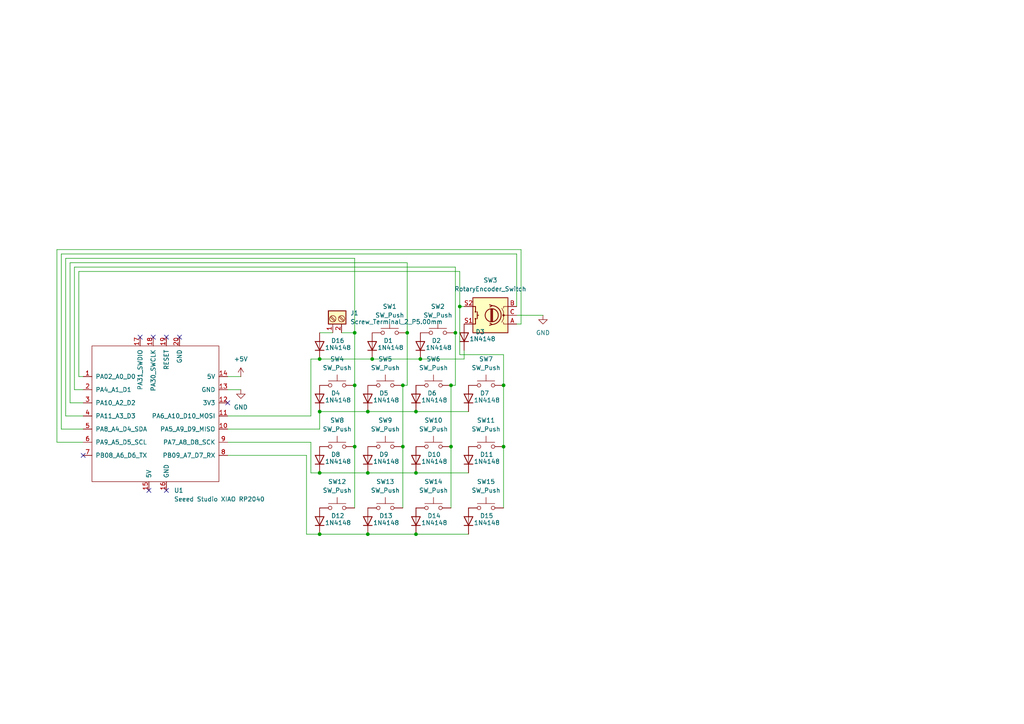
<source format=kicad_sch>
(kicad_sch
	(version 20231120)
	(generator "eeschema")
	(generator_version "8.0")
	(uuid "293bd7bf-f24b-432d-9780-027269105fcf")
	(paper "A4")
	(lib_symbols
		(symbol "Device:RotaryEncoder_Switch"
			(pin_names
				(offset 0.254) hide)
			(exclude_from_sim no)
			(in_bom yes)
			(on_board yes)
			(property "Reference" "SW"
				(at 0 6.604 0)
				(effects
					(font
						(size 1.27 1.27)
					)
				)
			)
			(property "Value" "RotaryEncoder_Switch"
				(at 0 -6.604 0)
				(effects
					(font
						(size 1.27 1.27)
					)
				)
			)
			(property "Footprint" ""
				(at -3.81 4.064 0)
				(effects
					(font
						(size 1.27 1.27)
					)
					(hide yes)
				)
			)
			(property "Datasheet" "~"
				(at 0 6.604 0)
				(effects
					(font
						(size 1.27 1.27)
					)
					(hide yes)
				)
			)
			(property "Description" "Rotary encoder, dual channel, incremental quadrate outputs, with switch"
				(at 0 0 0)
				(effects
					(font
						(size 1.27 1.27)
					)
					(hide yes)
				)
			)
			(property "ki_keywords" "rotary switch encoder switch push button"
				(at 0 0 0)
				(effects
					(font
						(size 1.27 1.27)
					)
					(hide yes)
				)
			)
			(property "ki_fp_filters" "RotaryEncoder*Switch*"
				(at 0 0 0)
				(effects
					(font
						(size 1.27 1.27)
					)
					(hide yes)
				)
			)
			(symbol "RotaryEncoder_Switch_0_1"
				(rectangle
					(start -5.08 5.08)
					(end 5.08 -5.08)
					(stroke
						(width 0.254)
						(type default)
					)
					(fill
						(type background)
					)
				)
				(circle
					(center -3.81 0)
					(radius 0.254)
					(stroke
						(width 0)
						(type default)
					)
					(fill
						(type outline)
					)
				)
				(circle
					(center -0.381 0)
					(radius 1.905)
					(stroke
						(width 0.254)
						(type default)
					)
					(fill
						(type none)
					)
				)
				(arc
					(start -0.381 2.667)
					(mid -3.0988 -0.0635)
					(end -0.381 -2.794)
					(stroke
						(width 0.254)
						(type default)
					)
					(fill
						(type none)
					)
				)
				(polyline
					(pts
						(xy -0.635 -1.778) (xy -0.635 1.778)
					)
					(stroke
						(width 0.254)
						(type default)
					)
					(fill
						(type none)
					)
				)
				(polyline
					(pts
						(xy -0.381 -1.778) (xy -0.381 1.778)
					)
					(stroke
						(width 0.254)
						(type default)
					)
					(fill
						(type none)
					)
				)
				(polyline
					(pts
						(xy -0.127 1.778) (xy -0.127 -1.778)
					)
					(stroke
						(width 0.254)
						(type default)
					)
					(fill
						(type none)
					)
				)
				(polyline
					(pts
						(xy 3.81 0) (xy 3.429 0)
					)
					(stroke
						(width 0.254)
						(type default)
					)
					(fill
						(type none)
					)
				)
				(polyline
					(pts
						(xy 3.81 1.016) (xy 3.81 -1.016)
					)
					(stroke
						(width 0.254)
						(type default)
					)
					(fill
						(type none)
					)
				)
				(polyline
					(pts
						(xy -5.08 -2.54) (xy -3.81 -2.54) (xy -3.81 -2.032)
					)
					(stroke
						(width 0)
						(type default)
					)
					(fill
						(type none)
					)
				)
				(polyline
					(pts
						(xy -5.08 2.54) (xy -3.81 2.54) (xy -3.81 2.032)
					)
					(stroke
						(width 0)
						(type default)
					)
					(fill
						(type none)
					)
				)
				(polyline
					(pts
						(xy 0.254 -3.048) (xy -0.508 -2.794) (xy 0.127 -2.413)
					)
					(stroke
						(width 0.254)
						(type default)
					)
					(fill
						(type none)
					)
				)
				(polyline
					(pts
						(xy 0.254 2.921) (xy -0.508 2.667) (xy 0.127 2.286)
					)
					(stroke
						(width 0.254)
						(type default)
					)
					(fill
						(type none)
					)
				)
				(polyline
					(pts
						(xy 5.08 -2.54) (xy 4.318 -2.54) (xy 4.318 -1.016)
					)
					(stroke
						(width 0.254)
						(type default)
					)
					(fill
						(type none)
					)
				)
				(polyline
					(pts
						(xy 5.08 2.54) (xy 4.318 2.54) (xy 4.318 1.016)
					)
					(stroke
						(width 0.254)
						(type default)
					)
					(fill
						(type none)
					)
				)
				(polyline
					(pts
						(xy -5.08 0) (xy -3.81 0) (xy -3.81 -1.016) (xy -3.302 -2.032)
					)
					(stroke
						(width 0)
						(type default)
					)
					(fill
						(type none)
					)
				)
				(polyline
					(pts
						(xy -4.318 0) (xy -3.81 0) (xy -3.81 1.016) (xy -3.302 2.032)
					)
					(stroke
						(width 0)
						(type default)
					)
					(fill
						(type none)
					)
				)
				(circle
					(center 4.318 -1.016)
					(radius 0.127)
					(stroke
						(width 0.254)
						(type default)
					)
					(fill
						(type none)
					)
				)
				(circle
					(center 4.318 1.016)
					(radius 0.127)
					(stroke
						(width 0.254)
						(type default)
					)
					(fill
						(type none)
					)
				)
			)
			(symbol "RotaryEncoder_Switch_1_1"
				(pin passive line
					(at -7.62 2.54 0)
					(length 2.54)
					(name "A"
						(effects
							(font
								(size 1.27 1.27)
							)
						)
					)
					(number "A"
						(effects
							(font
								(size 1.27 1.27)
							)
						)
					)
				)
				(pin passive line
					(at -7.62 -2.54 0)
					(length 2.54)
					(name "B"
						(effects
							(font
								(size 1.27 1.27)
							)
						)
					)
					(number "B"
						(effects
							(font
								(size 1.27 1.27)
							)
						)
					)
				)
				(pin passive line
					(at -7.62 0 0)
					(length 2.54)
					(name "C"
						(effects
							(font
								(size 1.27 1.27)
							)
						)
					)
					(number "C"
						(effects
							(font
								(size 1.27 1.27)
							)
						)
					)
				)
				(pin passive line
					(at 7.62 2.54 180)
					(length 2.54)
					(name "S1"
						(effects
							(font
								(size 1.27 1.27)
							)
						)
					)
					(number "S1"
						(effects
							(font
								(size 1.27 1.27)
							)
						)
					)
				)
				(pin passive line
					(at 7.62 -2.54 180)
					(length 2.54)
					(name "S2"
						(effects
							(font
								(size 1.27 1.27)
							)
						)
					)
					(number "S2"
						(effects
							(font
								(size 1.27 1.27)
							)
						)
					)
				)
			)
		)
		(symbol "Diode:1N4148"
			(pin_numbers hide)
			(pin_names hide)
			(exclude_from_sim no)
			(in_bom yes)
			(on_board yes)
			(property "Reference" "D"
				(at 0 2.54 0)
				(effects
					(font
						(size 1.27 1.27)
					)
				)
			)
			(property "Value" "1N4148"
				(at 0 -2.54 0)
				(effects
					(font
						(size 1.27 1.27)
					)
				)
			)
			(property "Footprint" "Diode_THT:D_DO-35_SOD27_P7.62mm_Horizontal"
				(at 0 0 0)
				(effects
					(font
						(size 1.27 1.27)
					)
					(hide yes)
				)
			)
			(property "Datasheet" "https://assets.nexperia.com/documents/data-sheet/1N4148_1N4448.pdf"
				(at 0 0 0)
				(effects
					(font
						(size 1.27 1.27)
					)
					(hide yes)
				)
			)
			(property "Description" "100V 0.15A standard switching diode, DO-35"
				(at 0 0 0)
				(effects
					(font
						(size 1.27 1.27)
					)
					(hide yes)
				)
			)
			(property "Sim.Device" "D"
				(at 0 0 0)
				(effects
					(font
						(size 1.27 1.27)
					)
					(hide yes)
				)
			)
			(property "Sim.Pins" "1=K 2=A"
				(at 0 0 0)
				(effects
					(font
						(size 1.27 1.27)
					)
					(hide yes)
				)
			)
			(property "ki_keywords" "diode"
				(at 0 0 0)
				(effects
					(font
						(size 1.27 1.27)
					)
					(hide yes)
				)
			)
			(property "ki_fp_filters" "D*DO?35*"
				(at 0 0 0)
				(effects
					(font
						(size 1.27 1.27)
					)
					(hide yes)
				)
			)
			(symbol "1N4148_0_1"
				(polyline
					(pts
						(xy -1.27 1.27) (xy -1.27 -1.27)
					)
					(stroke
						(width 0.254)
						(type default)
					)
					(fill
						(type none)
					)
				)
				(polyline
					(pts
						(xy 1.27 0) (xy -1.27 0)
					)
					(stroke
						(width 0)
						(type default)
					)
					(fill
						(type none)
					)
				)
				(polyline
					(pts
						(xy 1.27 1.27) (xy 1.27 -1.27) (xy -1.27 0) (xy 1.27 1.27)
					)
					(stroke
						(width 0.254)
						(type default)
					)
					(fill
						(type none)
					)
				)
			)
			(symbol "1N4148_1_1"
				(pin passive line
					(at -3.81 0 0)
					(length 2.54)
					(name "K"
						(effects
							(font
								(size 1.27 1.27)
							)
						)
					)
					(number "1"
						(effects
							(font
								(size 1.27 1.27)
							)
						)
					)
				)
				(pin passive line
					(at 3.81 0 180)
					(length 2.54)
					(name "A"
						(effects
							(font
								(size 1.27 1.27)
							)
						)
					)
					(number "2"
						(effects
							(font
								(size 1.27 1.27)
							)
						)
					)
				)
			)
		)
		(symbol "PCM_SL_Screw_Terminal:Screw_Terminal_2_P5.00mm"
			(exclude_from_sim no)
			(in_bom yes)
			(on_board yes)
			(property "Reference" "J"
				(at 0 3.81 0)
				(effects
					(font
						(size 1.27 1.27)
					)
				)
			)
			(property "Value" "Screw_Terminal_2_P5.00mm"
				(at 0 -3.81 0)
				(effects
					(font
						(size 1.27 1.27)
					)
				)
			)
			(property "Footprint" "TerminalBlock_Phoenix:TerminalBlock_Phoenix_PT-1,5-2-5.0-H_1x02_P5.00mm_Horizontal"
				(at 1.27 -6.35 0)
				(effects
					(font
						(size 1.27 1.27)
					)
					(hide yes)
				)
			)
			(property "Datasheet" ""
				(at 0 0 0)
				(effects
					(font
						(size 1.27 1.27)
					)
					(hide yes)
				)
			)
			(property "Description" ""
				(at 0 0 0)
				(effects
					(font
						(size 1.27 1.27)
					)
					(hide yes)
				)
			)
			(property "ki_keywords" "Screw Terminal"
				(at 0 0 0)
				(effects
					(font
						(size 1.27 1.27)
					)
					(hide yes)
				)
			)
			(symbol "Screw_Terminal_2_P5.00mm_0_1"
				(rectangle
					(start -1.27 2.54)
					(end 2.54 -2.54)
					(stroke
						(width 0.3)
						(type default)
					)
					(fill
						(type background)
					)
				)
				(polyline
					(pts
						(xy -0.254 -2.032) (xy 1.016 -0.762)
					)
					(stroke
						(width 0)
						(type default)
					)
					(fill
						(type none)
					)
				)
				(polyline
					(pts
						(xy -0.254 0.508) (xy 1.016 1.778)
					)
					(stroke
						(width 0)
						(type default)
					)
					(fill
						(type none)
					)
				)
				(polyline
					(pts
						(xy 0 -1.27) (xy -0.508 -1.778) (xy 0.762 -0.508)
					)
					(stroke
						(width 0)
						(type default)
					)
					(fill
						(type none)
					)
				)
				(polyline
					(pts
						(xy 0 1.27) (xy -0.508 0.762) (xy 0.762 2.032)
					)
					(stroke
						(width 0)
						(type default)
					)
					(fill
						(type none)
					)
				)
				(circle
					(center 0.254 -1.27)
					(radius 0.9158)
					(stroke
						(width 0)
						(type default)
					)
					(fill
						(type none)
					)
				)
				(circle
					(center 0.254 1.27)
					(radius 0.9158)
					(stroke
						(width 0)
						(type default)
					)
					(fill
						(type none)
					)
				)
			)
			(symbol "Screw_Terminal_2_P5.00mm_1_1"
				(pin passive line
					(at -3.81 1.27 0)
					(length 2.54)
					(name ""
						(effects
							(font
								(size 1.27 1.27)
							)
						)
					)
					(number "1"
						(effects
							(font
								(size 1.27 1.27)
							)
						)
					)
				)
				(pin passive line
					(at -3.81 -1.27 0)
					(length 2.54)
					(name ""
						(effects
							(font
								(size 1.27 1.27)
							)
						)
					)
					(number "2"
						(effects
							(font
								(size 1.27 1.27)
							)
						)
					)
				)
			)
		)
		(symbol "Seeed_Studio_XIAO_Series:Seeed Studio XIAO SAMD21"
			(pin_names
				(offset 1.016)
			)
			(exclude_from_sim no)
			(in_bom yes)
			(on_board yes)
			(property "Reference" "U1"
				(at 4.7341 -21.59 0)
				(effects
					(font
						(size 1.27 1.27)
					)
					(justify left)
				)
			)
			(property "Value" "Seeed Studio XIAO RP2040"
				(at 4.7341 -24.13 0)
				(effects
					(font
						(size 1.27 1.27)
					)
					(justify left)
				)
			)
			(property "Footprint" "Seeed Studio XIAO Series Library:XIAO-Generic-Hybrid-14P-2.54-21X17.8MM"
				(at -8.89 5.08 0)
				(effects
					(font
						(size 1.27 1.27)
					)
					(hide yes)
				)
			)
			(property "Datasheet" ""
				(at -8.89 5.08 0)
				(effects
					(font
						(size 1.27 1.27)
					)
					(hide yes)
				)
			)
			(property "Description" ""
				(at 0 0 0)
				(effects
					(font
						(size 1.27 1.27)
					)
					(hide yes)
				)
			)
			(symbol "Seeed Studio XIAO SAMD21_0_1"
				(rectangle
					(start -19.05 20.32)
					(end 17.78 -19.05)
					(stroke
						(width 0)
						(type default)
					)
					(fill
						(type none)
					)
				)
			)
			(symbol "Seeed Studio XIAO SAMD21_1_1"
				(pin passive line
					(at -21.59 11.43 0)
					(length 2.54)
					(name "PA02_A0_D0"
						(effects
							(font
								(size 1.27 1.27)
							)
						)
					)
					(number "1"
						(effects
							(font
								(size 1.27 1.27)
							)
						)
					)
				)
				(pin passive line
					(at 20.32 -3.81 180)
					(length 2.54)
					(name "PA5_A9_D9_MISO"
						(effects
							(font
								(size 1.27 1.27)
							)
						)
					)
					(number "10"
						(effects
							(font
								(size 1.27 1.27)
							)
						)
					)
				)
				(pin passive line
					(at 20.32 0 180)
					(length 2.54)
					(name "PA6_A10_D10_MOSI"
						(effects
							(font
								(size 1.27 1.27)
							)
						)
					)
					(number "11"
						(effects
							(font
								(size 1.27 1.27)
							)
						)
					)
				)
				(pin passive line
					(at 20.32 3.81 180)
					(length 2.54)
					(name "3V3"
						(effects
							(font
								(size 1.27 1.27)
							)
						)
					)
					(number "12"
						(effects
							(font
								(size 1.27 1.27)
							)
						)
					)
				)
				(pin passive line
					(at 20.32 7.62 180)
					(length 2.54)
					(name "GND"
						(effects
							(font
								(size 1.27 1.27)
							)
						)
					)
					(number "13"
						(effects
							(font
								(size 1.27 1.27)
							)
						)
					)
				)
				(pin passive line
					(at 20.32 11.43 180)
					(length 2.54)
					(name "5V"
						(effects
							(font
								(size 1.27 1.27)
							)
						)
					)
					(number "14"
						(effects
							(font
								(size 1.27 1.27)
							)
						)
					)
				)
				(pin input line
					(at -2.54 -21.59 90)
					(length 2.54)
					(name "5V"
						(effects
							(font
								(size 1.27 1.27)
							)
						)
					)
					(number "15"
						(effects
							(font
								(size 1.27 1.27)
							)
						)
					)
				)
				(pin input line
					(at 2.54 -21.59 90)
					(length 2.54)
					(name "GND"
						(effects
							(font
								(size 1.27 1.27)
							)
						)
					)
					(number "16"
						(effects
							(font
								(size 1.27 1.27)
							)
						)
					)
				)
				(pin input line
					(at -5.08 22.86 270)
					(length 2.54)
					(name "PA31_SWDIO"
						(effects
							(font
								(size 1.27 1.27)
							)
						)
					)
					(number "17"
						(effects
							(font
								(size 1.27 1.27)
							)
						)
					)
				)
				(pin input line
					(at -1.27 22.86 270)
					(length 2.54)
					(name "PA30_SWCLK"
						(effects
							(font
								(size 1.27 1.27)
							)
						)
					)
					(number "18"
						(effects
							(font
								(size 1.27 1.27)
							)
						)
					)
				)
				(pin input line
					(at 2.54 22.86 270)
					(length 2.54)
					(name "RESET"
						(effects
							(font
								(size 1.27 1.27)
							)
						)
					)
					(number "19"
						(effects
							(font
								(size 1.27 1.27)
							)
						)
					)
				)
				(pin passive line
					(at -21.59 7.62 0)
					(length 2.54)
					(name "PA4_A1_D1"
						(effects
							(font
								(size 1.27 1.27)
							)
						)
					)
					(number "2"
						(effects
							(font
								(size 1.27 1.27)
							)
						)
					)
				)
				(pin input line
					(at 6.35 22.86 270)
					(length 2.54)
					(name "GND"
						(effects
							(font
								(size 1.27 1.27)
							)
						)
					)
					(number "20"
						(effects
							(font
								(size 1.27 1.27)
							)
						)
					)
				)
				(pin passive line
					(at -21.59 3.81 0)
					(length 2.54)
					(name "PA10_A2_D2"
						(effects
							(font
								(size 1.27 1.27)
							)
						)
					)
					(number "3"
						(effects
							(font
								(size 1.27 1.27)
							)
						)
					)
				)
				(pin passive line
					(at -21.59 0 0)
					(length 2.54)
					(name "PA11_A3_D3"
						(effects
							(font
								(size 1.27 1.27)
							)
						)
					)
					(number "4"
						(effects
							(font
								(size 1.27 1.27)
							)
						)
					)
				)
				(pin passive line
					(at -21.59 -3.81 0)
					(length 2.54)
					(name "PA8_A4_D4_SDA"
						(effects
							(font
								(size 1.27 1.27)
							)
						)
					)
					(number "5"
						(effects
							(font
								(size 1.27 1.27)
							)
						)
					)
				)
				(pin passive line
					(at -21.59 -7.62 0)
					(length 2.54)
					(name "PA9_A5_D5_SCL"
						(effects
							(font
								(size 1.27 1.27)
							)
						)
					)
					(number "6"
						(effects
							(font
								(size 1.27 1.27)
							)
						)
					)
				)
				(pin passive line
					(at -21.59 -11.43 0)
					(length 2.54)
					(name "PB08_A6_D6_TX"
						(effects
							(font
								(size 1.27 1.27)
							)
						)
					)
					(number "7"
						(effects
							(font
								(size 1.27 1.27)
							)
						)
					)
				)
				(pin passive line
					(at 20.32 -11.43 180)
					(length 2.54)
					(name "PB09_A7_D7_RX"
						(effects
							(font
								(size 1.27 1.27)
							)
						)
					)
					(number "8"
						(effects
							(font
								(size 1.27 1.27)
							)
						)
					)
				)
				(pin passive line
					(at 20.32 -7.62 180)
					(length 2.54)
					(name "PA7_A8_D8_SCK"
						(effects
							(font
								(size 1.27 1.27)
							)
						)
					)
					(number "9"
						(effects
							(font
								(size 1.27 1.27)
							)
						)
					)
				)
			)
		)
		(symbol "Switch:SW_Push"
			(pin_numbers hide)
			(pin_names
				(offset 1.016) hide)
			(exclude_from_sim no)
			(in_bom yes)
			(on_board yes)
			(property "Reference" "SW"
				(at 1.27 2.54 0)
				(effects
					(font
						(size 1.27 1.27)
					)
					(justify left)
				)
			)
			(property "Value" "SW_Push"
				(at 0 -1.524 0)
				(effects
					(font
						(size 1.27 1.27)
					)
				)
			)
			(property "Footprint" ""
				(at 0 5.08 0)
				(effects
					(font
						(size 1.27 1.27)
					)
					(hide yes)
				)
			)
			(property "Datasheet" "~"
				(at 0 5.08 0)
				(effects
					(font
						(size 1.27 1.27)
					)
					(hide yes)
				)
			)
			(property "Description" "Push button switch, generic, two pins"
				(at 0 0 0)
				(effects
					(font
						(size 1.27 1.27)
					)
					(hide yes)
				)
			)
			(property "ki_keywords" "switch normally-open pushbutton push-button"
				(at 0 0 0)
				(effects
					(font
						(size 1.27 1.27)
					)
					(hide yes)
				)
			)
			(symbol "SW_Push_0_1"
				(circle
					(center -2.032 0)
					(radius 0.508)
					(stroke
						(width 0)
						(type default)
					)
					(fill
						(type none)
					)
				)
				(polyline
					(pts
						(xy 0 1.27) (xy 0 3.048)
					)
					(stroke
						(width 0)
						(type default)
					)
					(fill
						(type none)
					)
				)
				(polyline
					(pts
						(xy 2.54 1.27) (xy -2.54 1.27)
					)
					(stroke
						(width 0)
						(type default)
					)
					(fill
						(type none)
					)
				)
				(circle
					(center 2.032 0)
					(radius 0.508)
					(stroke
						(width 0)
						(type default)
					)
					(fill
						(type none)
					)
				)
				(pin passive line
					(at -5.08 0 0)
					(length 2.54)
					(name "1"
						(effects
							(font
								(size 1.27 1.27)
							)
						)
					)
					(number "1"
						(effects
							(font
								(size 1.27 1.27)
							)
						)
					)
				)
				(pin passive line
					(at 5.08 0 180)
					(length 2.54)
					(name "2"
						(effects
							(font
								(size 1.27 1.27)
							)
						)
					)
					(number "2"
						(effects
							(font
								(size 1.27 1.27)
							)
						)
					)
				)
			)
		)
		(symbol "power:+5V"
			(power)
			(pin_numbers hide)
			(pin_names
				(offset 0) hide)
			(exclude_from_sim no)
			(in_bom yes)
			(on_board yes)
			(property "Reference" "#PWR"
				(at 0 -3.81 0)
				(effects
					(font
						(size 1.27 1.27)
					)
					(hide yes)
				)
			)
			(property "Value" "+5V"
				(at 0 3.556 0)
				(effects
					(font
						(size 1.27 1.27)
					)
				)
			)
			(property "Footprint" ""
				(at 0 0 0)
				(effects
					(font
						(size 1.27 1.27)
					)
					(hide yes)
				)
			)
			(property "Datasheet" ""
				(at 0 0 0)
				(effects
					(font
						(size 1.27 1.27)
					)
					(hide yes)
				)
			)
			(property "Description" "Power symbol creates a global label with name \"+5V\""
				(at 0 0 0)
				(effects
					(font
						(size 1.27 1.27)
					)
					(hide yes)
				)
			)
			(property "ki_keywords" "global power"
				(at 0 0 0)
				(effects
					(font
						(size 1.27 1.27)
					)
					(hide yes)
				)
			)
			(symbol "+5V_0_1"
				(polyline
					(pts
						(xy -0.762 1.27) (xy 0 2.54)
					)
					(stroke
						(width 0)
						(type default)
					)
					(fill
						(type none)
					)
				)
				(polyline
					(pts
						(xy 0 0) (xy 0 2.54)
					)
					(stroke
						(width 0)
						(type default)
					)
					(fill
						(type none)
					)
				)
				(polyline
					(pts
						(xy 0 2.54) (xy 0.762 1.27)
					)
					(stroke
						(width 0)
						(type default)
					)
					(fill
						(type none)
					)
				)
			)
			(symbol "+5V_1_1"
				(pin power_in line
					(at 0 0 90)
					(length 0)
					(name "~"
						(effects
							(font
								(size 1.27 1.27)
							)
						)
					)
					(number "1"
						(effects
							(font
								(size 1.27 1.27)
							)
						)
					)
				)
			)
		)
		(symbol "power:GND"
			(power)
			(pin_numbers hide)
			(pin_names
				(offset 0) hide)
			(exclude_from_sim no)
			(in_bom yes)
			(on_board yes)
			(property "Reference" "#PWR"
				(at 0 -6.35 0)
				(effects
					(font
						(size 1.27 1.27)
					)
					(hide yes)
				)
			)
			(property "Value" "GND"
				(at 0 -3.81 0)
				(effects
					(font
						(size 1.27 1.27)
					)
				)
			)
			(property "Footprint" ""
				(at 0 0 0)
				(effects
					(font
						(size 1.27 1.27)
					)
					(hide yes)
				)
			)
			(property "Datasheet" ""
				(at 0 0 0)
				(effects
					(font
						(size 1.27 1.27)
					)
					(hide yes)
				)
			)
			(property "Description" "Power symbol creates a global label with name \"GND\" , ground"
				(at 0 0 0)
				(effects
					(font
						(size 1.27 1.27)
					)
					(hide yes)
				)
			)
			(property "ki_keywords" "global power"
				(at 0 0 0)
				(effects
					(font
						(size 1.27 1.27)
					)
					(hide yes)
				)
			)
			(symbol "GND_0_1"
				(polyline
					(pts
						(xy 0 0) (xy 0 -1.27) (xy 1.27 -1.27) (xy 0 -2.54) (xy -1.27 -1.27) (xy 0 -1.27)
					)
					(stroke
						(width 0)
						(type default)
					)
					(fill
						(type none)
					)
				)
			)
			(symbol "GND_1_1"
				(pin power_in line
					(at 0 0 270)
					(length 0)
					(name "~"
						(effects
							(font
								(size 1.27 1.27)
							)
						)
					)
					(number "1"
						(effects
							(font
								(size 1.27 1.27)
							)
						)
					)
				)
			)
		)
	)
	(junction
		(at 107.95 104.14)
		(diameter 0)
		(color 0 0 0 0)
		(uuid "0108ee51-513a-430d-afa0-cd528e49b910")
	)
	(junction
		(at 133.35 88.9)
		(diameter 0)
		(color 0 0 0 0)
		(uuid "0737d5bf-2ee4-4092-a033-8d5d7ae60ba9")
	)
	(junction
		(at 116.84 129.54)
		(diameter 0)
		(color 0 0 0 0)
		(uuid "0e85cc93-5242-4eaf-acb0-2ca7c292c895")
	)
	(junction
		(at 102.87 111.76)
		(diameter 0)
		(color 0 0 0 0)
		(uuid "14a7dee7-317c-43c7-b346-9d0aa5d76608")
	)
	(junction
		(at 92.71 154.94)
		(diameter 0)
		(color 0 0 0 0)
		(uuid "409bcb4d-45b8-45f0-b6f2-7c7152319b61")
	)
	(junction
		(at 116.84 111.76)
		(diameter 0)
		(color 0 0 0 0)
		(uuid "4694e446-ef3c-405b-8566-acedb8647e90")
	)
	(junction
		(at 92.71 119.38)
		(diameter 0)
		(color 0 0 0 0)
		(uuid "48a4d75e-dd44-4aab-b164-168673898ae4")
	)
	(junction
		(at 102.87 96.52)
		(diameter 0)
		(color 0 0 0 0)
		(uuid "4937567b-5754-4da8-86a5-398fbfbc040e")
	)
	(junction
		(at 146.05 111.76)
		(diameter 0)
		(color 0 0 0 0)
		(uuid "4cecc8cd-a76c-40f5-bc32-012c5e3efe58")
	)
	(junction
		(at 106.68 119.38)
		(diameter 0)
		(color 0 0 0 0)
		(uuid "58503323-5ddd-4ef7-aa77-522959cba198")
	)
	(junction
		(at 106.68 137.16)
		(diameter 0)
		(color 0 0 0 0)
		(uuid "5c6fec4e-1521-4d32-b1be-ce43010cb838")
	)
	(junction
		(at 106.68 154.94)
		(diameter 0)
		(color 0 0 0 0)
		(uuid "635244c9-bd76-4196-b361-d858345be4f6")
	)
	(junction
		(at 120.65 119.38)
		(diameter 0)
		(color 0 0 0 0)
		(uuid "6dedf53d-fdc7-4923-b97c-5af515922ab3")
	)
	(junction
		(at 120.65 154.94)
		(diameter 0)
		(color 0 0 0 0)
		(uuid "6f3c59f1-d1cb-4384-a200-53605993242c")
	)
	(junction
		(at 146.05 129.54)
		(diameter 0)
		(color 0 0 0 0)
		(uuid "776ecf3d-47f2-4d0d-b576-d1d9bea7b6a3")
	)
	(junction
		(at 118.11 96.52)
		(diameter 0)
		(color 0 0 0 0)
		(uuid "79d860d0-f4c4-49fe-a7a4-75542eae99c6")
	)
	(junction
		(at 92.71 137.16)
		(diameter 0)
		(color 0 0 0 0)
		(uuid "7dd6e23f-17f0-4125-ad62-98eff081b1f5")
	)
	(junction
		(at 120.65 137.16)
		(diameter 0)
		(color 0 0 0 0)
		(uuid "8af2f684-8043-413f-8cbb-69c26516614f")
	)
	(junction
		(at 92.71 104.14)
		(diameter 0)
		(color 0 0 0 0)
		(uuid "8dcfb169-4d63-40ba-b0ab-abb48e78ce16")
	)
	(junction
		(at 132.08 96.52)
		(diameter 0)
		(color 0 0 0 0)
		(uuid "962e2092-7c8c-459c-9e76-88a7bd6838cd")
	)
	(junction
		(at 130.81 129.54)
		(diameter 0)
		(color 0 0 0 0)
		(uuid "a72fc68c-9f0c-404f-95f8-d2508f2b80ae")
	)
	(junction
		(at 102.87 129.54)
		(diameter 0)
		(color 0 0 0 0)
		(uuid "b24d5566-d655-4aac-b564-f32765238feb")
	)
	(junction
		(at 121.92 104.14)
		(diameter 0)
		(color 0 0 0 0)
		(uuid "c7121c97-ad46-4f56-a953-b08188f369f8")
	)
	(junction
		(at 130.81 111.76)
		(diameter 0)
		(color 0 0 0 0)
		(uuid "ec5d1462-3964-4148-b3f9-4ed1c8ec2c84")
	)
	(no_connect
		(at 40.64 97.79)
		(uuid "3f0caa14-6161-41cd-82cb-45d00793e022")
	)
	(no_connect
		(at 24.13 132.08)
		(uuid "3f1955e3-c90e-46cb-9d83-bb8817252478")
	)
	(no_connect
		(at 43.18 142.24)
		(uuid "58392381-3ccd-47fb-b6bd-92c3ec1b30cc")
	)
	(no_connect
		(at 44.45 97.79)
		(uuid "5d81e724-46a2-4714-b3b3-0e46adb400bd")
	)
	(no_connect
		(at 66.04 116.84)
		(uuid "7b277653-5626-497e-acd7-61b8058efbf1")
	)
	(no_connect
		(at 48.26 142.24)
		(uuid "81d05125-6688-4b04-982e-bfcbafe39644")
	)
	(no_connect
		(at 48.26 97.79)
		(uuid "b103b1ea-f162-4c72-8621-795ddc9fd302")
	)
	(no_connect
		(at 52.07 97.79)
		(uuid "befb7424-fc5f-49e9-9d7a-2bb4f55c2bef")
	)
	(wire
		(pts
			(xy 132.08 96.52) (xy 132.08 77.47)
		)
		(stroke
			(width 0)
			(type default)
		)
		(uuid "031ba964-864e-40d3-b2c3-adc84770af3b")
	)
	(wire
		(pts
			(xy 133.35 102.87) (xy 133.35 88.9)
		)
		(stroke
			(width 0)
			(type default)
		)
		(uuid "0a9daf86-2a13-4364-a2da-e675c4d801cb")
	)
	(wire
		(pts
			(xy 24.13 128.27) (xy 16.51 128.27)
		)
		(stroke
			(width 0)
			(type default)
		)
		(uuid "0b6e26b5-e2f3-4586-a1bd-4ee9a984b7a9")
	)
	(wire
		(pts
			(xy 92.71 137.16) (xy 106.68 137.16)
		)
		(stroke
			(width 0)
			(type default)
		)
		(uuid "0bb871c0-c0b7-4875-ad1a-c0c78d07cb11")
	)
	(wire
		(pts
			(xy 118.11 96.52) (xy 118.11 76.2)
		)
		(stroke
			(width 0)
			(type default)
		)
		(uuid "0e9f7f0c-cc40-4fcd-a7a6-22dde960dec0")
	)
	(wire
		(pts
			(xy 102.87 96.52) (xy 102.87 111.76)
		)
		(stroke
			(width 0)
			(type default)
		)
		(uuid "101fc16c-96c6-4ea1-8b4a-2a7663574a4d")
	)
	(wire
		(pts
			(xy 17.78 73.66) (xy 17.78 124.46)
		)
		(stroke
			(width 0)
			(type default)
		)
		(uuid "1261a9b1-c047-41e6-aef6-5cd6901687f3")
	)
	(wire
		(pts
			(xy 66.04 120.65) (xy 90.17 120.65)
		)
		(stroke
			(width 0)
			(type default)
		)
		(uuid "1ea839b5-5b2f-4349-8398-0c64b970cc9b")
	)
	(wire
		(pts
			(xy 130.81 129.54) (xy 130.81 147.32)
		)
		(stroke
			(width 0)
			(type default)
		)
		(uuid "1f811d98-f067-4c7b-876a-0140a56fdadf")
	)
	(wire
		(pts
			(xy 90.17 137.16) (xy 92.71 137.16)
		)
		(stroke
			(width 0)
			(type default)
		)
		(uuid "1ff2a690-e65e-4187-b89b-dd411b82e4b4")
	)
	(wire
		(pts
			(xy 88.9 154.94) (xy 92.71 154.94)
		)
		(stroke
			(width 0)
			(type default)
		)
		(uuid "278ab803-c9d5-493e-8d23-de7d795e5950")
	)
	(wire
		(pts
			(xy 19.05 120.65) (xy 24.13 120.65)
		)
		(stroke
			(width 0)
			(type default)
		)
		(uuid "2d740c32-33bf-4c5d-ae9c-b4f44347f0d1")
	)
	(wire
		(pts
			(xy 106.68 119.38) (xy 120.65 119.38)
		)
		(stroke
			(width 0)
			(type default)
		)
		(uuid "2edb7283-a508-49ae-ae16-b0c423e97201")
	)
	(wire
		(pts
			(xy 21.59 77.47) (xy 21.59 113.03)
		)
		(stroke
			(width 0)
			(type default)
		)
		(uuid "2f3f91b0-448b-4a5d-a897-4d31554cd2e8")
	)
	(wire
		(pts
			(xy 66.04 109.22) (xy 69.85 109.22)
		)
		(stroke
			(width 0)
			(type default)
		)
		(uuid "2f74c067-1888-4672-bc3b-12e00b144d4a")
	)
	(wire
		(pts
			(xy 121.92 104.14) (xy 134.62 104.14)
		)
		(stroke
			(width 0)
			(type default)
		)
		(uuid "3b4b017e-d125-410a-863e-227eb36d5130")
	)
	(wire
		(pts
			(xy 132.08 96.52) (xy 132.08 111.76)
		)
		(stroke
			(width 0)
			(type default)
		)
		(uuid "3ca3938f-9774-41e3-9f4a-de43a170124e")
	)
	(wire
		(pts
			(xy 92.71 154.94) (xy 106.68 154.94)
		)
		(stroke
			(width 0)
			(type default)
		)
		(uuid "438e9720-beed-4004-bafd-d36d6b6c315f")
	)
	(wire
		(pts
			(xy 22.86 78.74) (xy 22.86 109.22)
		)
		(stroke
			(width 0)
			(type default)
		)
		(uuid "44c8e92e-b0bc-49a0-8701-722f6bbda94d")
	)
	(wire
		(pts
			(xy 102.87 129.54) (xy 102.87 147.32)
		)
		(stroke
			(width 0)
			(type default)
		)
		(uuid "44f2309f-1b9b-4a21-995d-bfd74c7ce9c6")
	)
	(wire
		(pts
			(xy 133.35 88.9) (xy 133.35 78.74)
		)
		(stroke
			(width 0)
			(type default)
		)
		(uuid "4607955f-3af7-475d-a18d-cfebe947b689")
	)
	(wire
		(pts
			(xy 134.62 104.14) (xy 134.62 101.6)
		)
		(stroke
			(width 0)
			(type default)
		)
		(uuid "47a74661-5b61-491a-bf3b-461bf7bac1a6")
	)
	(wire
		(pts
			(xy 17.78 124.46) (xy 24.13 124.46)
		)
		(stroke
			(width 0)
			(type default)
		)
		(uuid "47d71f56-69a6-4454-ab47-e93b4523fb5b")
	)
	(wire
		(pts
			(xy 107.95 104.14) (xy 121.92 104.14)
		)
		(stroke
			(width 0)
			(type default)
		)
		(uuid "535ddf3b-f6a7-419b-b4b9-3200d564482e")
	)
	(wire
		(pts
			(xy 19.05 74.93) (xy 19.05 120.65)
		)
		(stroke
			(width 0)
			(type default)
		)
		(uuid "587711a1-4285-4fb5-a58f-a7aeb0fdaf28")
	)
	(wire
		(pts
			(xy 133.35 102.87) (xy 146.05 102.87)
		)
		(stroke
			(width 0)
			(type default)
		)
		(uuid "58c95642-72d2-419d-97e6-370e3c983463")
	)
	(wire
		(pts
			(xy 90.17 128.27) (xy 90.17 137.16)
		)
		(stroke
			(width 0)
			(type default)
		)
		(uuid "622e106f-192a-4fff-876c-82be67da5a28")
	)
	(wire
		(pts
			(xy 120.65 137.16) (xy 135.89 137.16)
		)
		(stroke
			(width 0)
			(type default)
		)
		(uuid "6475b673-574c-4c3b-960c-d524eeff549f")
	)
	(wire
		(pts
			(xy 106.68 154.94) (xy 120.65 154.94)
		)
		(stroke
			(width 0)
			(type default)
		)
		(uuid "69d8d0cb-b4c2-4a31-8188-425e647d611a")
	)
	(wire
		(pts
			(xy 106.68 137.16) (xy 120.65 137.16)
		)
		(stroke
			(width 0)
			(type default)
		)
		(uuid "706d2475-2fe7-4512-ae16-211cc5e77404")
	)
	(wire
		(pts
			(xy 90.17 120.65) (xy 90.17 104.14)
		)
		(stroke
			(width 0)
			(type default)
		)
		(uuid "7916944b-7713-4ef3-96a8-8a25e7f82546")
	)
	(wire
		(pts
			(xy 149.86 88.9) (xy 149.86 73.66)
		)
		(stroke
			(width 0)
			(type default)
		)
		(uuid "7a14a03f-1976-4ae1-84dd-b82c5864c682")
	)
	(wire
		(pts
			(xy 130.81 111.76) (xy 130.81 129.54)
		)
		(stroke
			(width 0)
			(type default)
		)
		(uuid "7eb65338-afb7-40cb-9068-0d302af1b8b6")
	)
	(wire
		(pts
			(xy 116.84 111.76) (xy 116.84 129.54)
		)
		(stroke
			(width 0)
			(type default)
		)
		(uuid "86e27e6d-9a2f-466e-9eed-f69f04553a01")
	)
	(wire
		(pts
			(xy 92.71 104.14) (xy 107.95 104.14)
		)
		(stroke
			(width 0)
			(type default)
		)
		(uuid "8ae807c3-5cca-40b2-84fc-451297a06428")
	)
	(wire
		(pts
			(xy 151.13 72.39) (xy 16.51 72.39)
		)
		(stroke
			(width 0)
			(type default)
		)
		(uuid "9638a2c9-a4ef-48e8-8eae-e5f9dd6c81fe")
	)
	(wire
		(pts
			(xy 92.71 96.52) (xy 96.52 96.52)
		)
		(stroke
			(width 0)
			(type default)
		)
		(uuid "97268ed3-9d6f-42bb-98f8-64f8d0245f5c")
	)
	(wire
		(pts
			(xy 149.86 93.98) (xy 151.13 93.98)
		)
		(stroke
			(width 0)
			(type default)
		)
		(uuid "9f205719-78c2-4f42-a0c1-a8f5cabf2704")
	)
	(wire
		(pts
			(xy 118.11 96.52) (xy 118.11 111.76)
		)
		(stroke
			(width 0)
			(type default)
		)
		(uuid "a7d00a20-b94a-48bf-a759-fc3d1ef016c6")
	)
	(wire
		(pts
			(xy 20.32 76.2) (xy 20.32 116.84)
		)
		(stroke
			(width 0)
			(type default)
		)
		(uuid "a7ec4c03-df63-4f69-8246-be6a4da7b1d5")
	)
	(wire
		(pts
			(xy 102.87 111.76) (xy 102.87 129.54)
		)
		(stroke
			(width 0)
			(type default)
		)
		(uuid "aa6858a3-958e-41dd-8782-7a6e1007f621")
	)
	(wire
		(pts
			(xy 66.04 113.03) (xy 69.85 113.03)
		)
		(stroke
			(width 0)
			(type default)
		)
		(uuid "b22ec853-8287-4d02-8960-4bee2139ba2f")
	)
	(wire
		(pts
			(xy 146.05 129.54) (xy 146.05 147.32)
		)
		(stroke
			(width 0)
			(type default)
		)
		(uuid "b2f713b7-8fa2-4698-be8b-f61017800cba")
	)
	(wire
		(pts
			(xy 90.17 104.14) (xy 92.71 104.14)
		)
		(stroke
			(width 0)
			(type default)
		)
		(uuid "b5a993e3-e780-4324-b06a-4c78a2873730")
	)
	(wire
		(pts
			(xy 146.05 111.76) (xy 146.05 102.87)
		)
		(stroke
			(width 0)
			(type default)
		)
		(uuid "b7f54742-b376-448c-838d-69d095acd7c8")
	)
	(wire
		(pts
			(xy 116.84 129.54) (xy 116.84 147.32)
		)
		(stroke
			(width 0)
			(type default)
		)
		(uuid "bac95f1a-4594-4119-a475-0098b5085bba")
	)
	(wire
		(pts
			(xy 149.86 73.66) (xy 17.78 73.66)
		)
		(stroke
			(width 0)
			(type default)
		)
		(uuid "bb039902-6683-4623-b208-64674ac09bd8")
	)
	(wire
		(pts
			(xy 22.86 78.74) (xy 133.35 78.74)
		)
		(stroke
			(width 0)
			(type default)
		)
		(uuid "bb5f99d7-4f87-4e89-b641-6fa5da25708d")
	)
	(wire
		(pts
			(xy 146.05 111.76) (xy 146.05 129.54)
		)
		(stroke
			(width 0)
			(type default)
		)
		(uuid "be500120-017a-4c2b-97c0-6ac3797ff0cd")
	)
	(wire
		(pts
			(xy 22.86 109.22) (xy 24.13 109.22)
		)
		(stroke
			(width 0)
			(type default)
		)
		(uuid "be892257-be11-4a60-9a5a-8aa8414a6cd1")
	)
	(wire
		(pts
			(xy 92.71 124.46) (xy 92.71 119.38)
		)
		(stroke
			(width 0)
			(type default)
		)
		(uuid "c1e9c41b-0108-4156-93da-079e9acd024e")
	)
	(wire
		(pts
			(xy 149.86 91.44) (xy 157.48 91.44)
		)
		(stroke
			(width 0)
			(type default)
		)
		(uuid "c2e74f35-42f6-43b8-a527-7a9c4a0c63d0")
	)
	(wire
		(pts
			(xy 21.59 113.03) (xy 24.13 113.03)
		)
		(stroke
			(width 0)
			(type default)
		)
		(uuid "c623f943-39b4-4b03-8b51-3103d5bb2eee")
	)
	(wire
		(pts
			(xy 21.59 77.47) (xy 132.08 77.47)
		)
		(stroke
			(width 0)
			(type default)
		)
		(uuid "c6e55a8c-157a-4083-a4a0-4f0e39c12e70")
	)
	(wire
		(pts
			(xy 16.51 128.27) (xy 16.51 72.39)
		)
		(stroke
			(width 0)
			(type default)
		)
		(uuid "c72b6907-831e-487d-a1a3-151999d8484e")
	)
	(wire
		(pts
			(xy 66.04 124.46) (xy 92.71 124.46)
		)
		(stroke
			(width 0)
			(type default)
		)
		(uuid "ced5a38b-f65b-4582-b29d-dcfe473f04b0")
	)
	(wire
		(pts
			(xy 66.04 128.27) (xy 90.17 128.27)
		)
		(stroke
			(width 0)
			(type default)
		)
		(uuid "d5b91bea-5797-4cda-8e5a-e066420282f7")
	)
	(wire
		(pts
			(xy 118.11 111.76) (xy 116.84 111.76)
		)
		(stroke
			(width 0)
			(type default)
		)
		(uuid "d61dc11d-413c-4735-8f04-0fc16c84be07")
	)
	(wire
		(pts
			(xy 66.04 132.08) (xy 88.9 132.08)
		)
		(stroke
			(width 0)
			(type default)
		)
		(uuid "d6a5b1ed-deea-4eed-aceb-6280b428534a")
	)
	(wire
		(pts
			(xy 19.05 74.93) (xy 102.87 74.93)
		)
		(stroke
			(width 0)
			(type default)
		)
		(uuid "d8d8b7a9-fac8-4492-b2db-c651952d9fba")
	)
	(wire
		(pts
			(xy 151.13 93.98) (xy 151.13 72.39)
		)
		(stroke
			(width 0)
			(type default)
		)
		(uuid "d990cfe9-a847-4d9b-afcf-20f359ddbef6")
	)
	(wire
		(pts
			(xy 133.35 88.9) (xy 134.62 88.9)
		)
		(stroke
			(width 0)
			(type default)
		)
		(uuid "de823c31-559b-43de-b8b2-c9e74621933d")
	)
	(wire
		(pts
			(xy 20.32 76.2) (xy 118.11 76.2)
		)
		(stroke
			(width 0)
			(type default)
		)
		(uuid "dee621ad-1e30-4cca-af77-9494ab4b5309")
	)
	(wire
		(pts
			(xy 120.65 119.38) (xy 135.89 119.38)
		)
		(stroke
			(width 0)
			(type default)
		)
		(uuid "df23427a-39d7-47aa-9ccc-41e691be69bc")
	)
	(wire
		(pts
			(xy 102.87 74.93) (xy 102.87 96.52)
		)
		(stroke
			(width 0)
			(type default)
		)
		(uuid "e29b5db4-830b-46ac-915d-6b89f4045a8a")
	)
	(wire
		(pts
			(xy 120.65 154.94) (xy 135.89 154.94)
		)
		(stroke
			(width 0)
			(type default)
		)
		(uuid "ec4690c5-0650-4bd0-bf60-d70929f37c6d")
	)
	(wire
		(pts
			(xy 20.32 116.84) (xy 24.13 116.84)
		)
		(stroke
			(width 0)
			(type default)
		)
		(uuid "f08126cb-635b-4a43-a6f4-44d366742740")
	)
	(wire
		(pts
			(xy 88.9 132.08) (xy 88.9 154.94)
		)
		(stroke
			(width 0)
			(type default)
		)
		(uuid "f5f82a25-dfd6-4711-87e8-646eeb606e02")
	)
	(wire
		(pts
			(xy 132.08 111.76) (xy 130.81 111.76)
		)
		(stroke
			(width 0)
			(type default)
		)
		(uuid "fbb63633-6e2e-490a-9801-be7059851d1a")
	)
	(wire
		(pts
			(xy 99.06 96.52) (xy 102.87 96.52)
		)
		(stroke
			(width 0)
			(type default)
		)
		(uuid "fc247a80-ab73-44e5-b5cc-cbddf12b66fd")
	)
	(wire
		(pts
			(xy 92.71 119.38) (xy 106.68 119.38)
		)
		(stroke
			(width 0)
			(type default)
		)
		(uuid "fe267ebf-62df-49fe-909e-29ee381d6c4a")
	)
	(symbol
		(lib_id "Switch:SW_Push")
		(at 140.97 129.54 0)
		(mirror y)
		(unit 1)
		(exclude_from_sim no)
		(in_bom yes)
		(on_board yes)
		(dnp no)
		(uuid "0817fd60-8eab-47f9-853e-4d42cb0460e3")
		(property "Reference" "SW11"
			(at 140.97 121.92 0)
			(effects
				(font
					(size 1.27 1.27)
				)
			)
		)
		(property "Value" "SW_Push"
			(at 140.97 124.46 0)
			(effects
				(font
					(size 1.27 1.27)
				)
			)
		)
		(property "Footprint" "myLibrary:MX-Solderable-1U"
			(at 140.97 124.46 0)
			(effects
				(font
					(size 1.27 1.27)
				)
				(hide yes)
			)
		)
		(property "Datasheet" "~"
			(at 140.97 124.46 0)
			(effects
				(font
					(size 1.27 1.27)
				)
				(hide yes)
			)
		)
		(property "Description" "Push button switch, generic, two pins"
			(at 140.97 129.54 0)
			(effects
				(font
					(size 1.27 1.27)
				)
				(hide yes)
			)
		)
		(pin "1"
			(uuid "464125a0-b3b0-4b14-a365-756dbb6008b0")
		)
		(pin "2"
			(uuid "90883762-7953-4a30-bbd5-59811cc2f2af")
		)
		(instances
			(project "Hackpad"
				(path "/293bd7bf-f24b-432d-9780-027269105fcf"
					(reference "SW11")
					(unit 1)
				)
			)
		)
	)
	(symbol
		(lib_id "Diode:1N4148")
		(at 135.89 133.35 90)
		(unit 1)
		(exclude_from_sim no)
		(in_bom yes)
		(on_board yes)
		(dnp no)
		(uuid "0e67eef3-e189-42ec-b587-85f463dcd727")
		(property "Reference" "D11"
			(at 139.192 131.826 90)
			(effects
				(font
					(size 1.27 1.27)
				)
				(justify right)
			)
		)
		(property "Value" "1N4148"
			(at 137.414 133.858 90)
			(effects
				(font
					(size 1.27 1.27)
				)
				(justify right)
			)
		)
		(property "Footprint" "Diode_THT:D_DO-35_SOD27_P7.62mm_Horizontal"
			(at 135.89 133.35 0)
			(effects
				(font
					(size 1.27 1.27)
				)
				(hide yes)
			)
		)
		(property "Datasheet" "https://assets.nexperia.com/documents/data-sheet/1N4148_1N4448.pdf"
			(at 135.89 133.35 0)
			(effects
				(font
					(size 1.27 1.27)
				)
				(hide yes)
			)
		)
		(property "Description" "100V 0.15A standard switching diode, DO-35"
			(at 135.89 133.35 0)
			(effects
				(font
					(size 1.27 1.27)
				)
				(hide yes)
			)
		)
		(property "Sim.Device" "D"
			(at 135.89 133.35 0)
			(effects
				(font
					(size 1.27 1.27)
				)
				(hide yes)
			)
		)
		(property "Sim.Pins" "1=K 2=A"
			(at 135.89 133.35 0)
			(effects
				(font
					(size 1.27 1.27)
				)
				(hide yes)
			)
		)
		(pin "2"
			(uuid "ede45c26-1513-4c8c-9130-5fe04b9fba2b")
		)
		(pin "1"
			(uuid "75d88601-f5f8-48ec-a194-e78ca9719c57")
		)
		(instances
			(project "Hackpad"
				(path "/293bd7bf-f24b-432d-9780-027269105fcf"
					(reference "D11")
					(unit 1)
				)
			)
		)
	)
	(symbol
		(lib_id "Diode:1N4148")
		(at 92.71 133.35 90)
		(unit 1)
		(exclude_from_sim no)
		(in_bom yes)
		(on_board yes)
		(dnp no)
		(uuid "2947045c-6ed9-4e04-92b3-94f16ba059e2")
		(property "Reference" "D8"
			(at 96.012 131.826 90)
			(effects
				(font
					(size 1.27 1.27)
				)
				(justify right)
			)
		)
		(property "Value" "1N4148"
			(at 94.234 133.858 90)
			(effects
				(font
					(size 1.27 1.27)
				)
				(justify right)
			)
		)
		(property "Footprint" "Diode_THT:D_DO-35_SOD27_P7.62mm_Horizontal"
			(at 92.71 133.35 0)
			(effects
				(font
					(size 1.27 1.27)
				)
				(hide yes)
			)
		)
		(property "Datasheet" "https://assets.nexperia.com/documents/data-sheet/1N4148_1N4448.pdf"
			(at 92.71 133.35 0)
			(effects
				(font
					(size 1.27 1.27)
				)
				(hide yes)
			)
		)
		(property "Description" "100V 0.15A standard switching diode, DO-35"
			(at 92.71 133.35 0)
			(effects
				(font
					(size 1.27 1.27)
				)
				(hide yes)
			)
		)
		(property "Sim.Device" "D"
			(at 92.71 133.35 0)
			(effects
				(font
					(size 1.27 1.27)
				)
				(hide yes)
			)
		)
		(property "Sim.Pins" "1=K 2=A"
			(at 92.71 133.35 0)
			(effects
				(font
					(size 1.27 1.27)
				)
				(hide yes)
			)
		)
		(pin "2"
			(uuid "4fee954b-be63-4d9a-94a1-8563a4f5a6b9")
		)
		(pin "1"
			(uuid "363a8605-a6c7-49c4-93dd-681fd99d4c23")
		)
		(instances
			(project "Hackpad"
				(path "/293bd7bf-f24b-432d-9780-027269105fcf"
					(reference "D8")
					(unit 1)
				)
			)
		)
	)
	(symbol
		(lib_id "PCM_SL_Screw_Terminal:Screw_Terminal_2_P5.00mm")
		(at 97.79 92.71 90)
		(unit 1)
		(exclude_from_sim no)
		(in_bom yes)
		(on_board yes)
		(dnp no)
		(fields_autoplaced yes)
		(uuid "2ca1a25d-ca30-474f-b8b0-bb5ea7cd197e")
		(property "Reference" "J1"
			(at 101.6 90.8049 90)
			(effects
				(font
					(size 1.27 1.27)
				)
				(justify right)
			)
		)
		(property "Value" "Screw_Terminal_2_P5.00mm"
			(at 101.6 93.3449 90)
			(effects
				(font
					(size 1.27 1.27)
				)
				(justify right)
			)
		)
		(property "Footprint" "TerminalBlock_Phoenix:TerminalBlock_Phoenix_PT-1,5-2-5.0-H_1x02_P5.00mm_Horizontal"
			(at 104.14 91.44 0)
			(effects
				(font
					(size 1.27 1.27)
				)
				(hide yes)
			)
		)
		(property "Datasheet" ""
			(at 97.79 92.71 0)
			(effects
				(font
					(size 1.27 1.27)
				)
				(hide yes)
			)
		)
		(property "Description" ""
			(at 97.79 92.71 0)
			(effects
				(font
					(size 1.27 1.27)
				)
				(hide yes)
			)
		)
		(pin "2"
			(uuid "f90aa62e-5080-46dd-b89e-1579e04be120")
		)
		(pin "1"
			(uuid "09638e08-814d-446d-b103-ee1db87357b8")
		)
		(instances
			(project ""
				(path "/293bd7bf-f24b-432d-9780-027269105fcf"
					(reference "J1")
					(unit 1)
				)
			)
		)
	)
	(symbol
		(lib_id "Switch:SW_Push")
		(at 113.03 96.52 0)
		(mirror y)
		(unit 1)
		(exclude_from_sim no)
		(in_bom yes)
		(on_board yes)
		(dnp no)
		(uuid "2ff71a8b-269f-423e-a106-c51dfbb413a1")
		(property "Reference" "SW1"
			(at 113.03 88.9 0)
			(effects
				(font
					(size 1.27 1.27)
				)
			)
		)
		(property "Value" "SW_Push"
			(at 113.03 91.44 0)
			(effects
				(font
					(size 1.27 1.27)
				)
			)
		)
		(property "Footprint" "myLibrary:MX-Solderable-1U"
			(at 113.03 91.44 0)
			(effects
				(font
					(size 1.27 1.27)
				)
				(hide yes)
			)
		)
		(property "Datasheet" "~"
			(at 113.03 91.44 0)
			(effects
				(font
					(size 1.27 1.27)
				)
				(hide yes)
			)
		)
		(property "Description" "Push button switch, generic, two pins"
			(at 113.03 96.52 0)
			(effects
				(font
					(size 1.27 1.27)
				)
				(hide yes)
			)
		)
		(pin "1"
			(uuid "73fa2df4-1fa6-4860-beab-3294fa28279c")
		)
		(pin "2"
			(uuid "2e290199-30fd-4d43-92a3-d77efdfe3eeb")
		)
		(instances
			(project "Hackpad"
				(path "/293bd7bf-f24b-432d-9780-027269105fcf"
					(reference "SW1")
					(unit 1)
				)
			)
		)
	)
	(symbol
		(lib_id "Seeed_Studio_XIAO_Series:Seeed Studio XIAO SAMD21")
		(at 45.72 120.65 0)
		(unit 1)
		(exclude_from_sim no)
		(in_bom yes)
		(on_board yes)
		(dnp no)
		(fields_autoplaced yes)
		(uuid "342bd72a-303c-4d50-bb3a-43ce50dd0172")
		(property "Reference" "U1"
			(at 50.4541 142.24 0)
			(effects
				(font
					(size 1.27 1.27)
				)
				(justify left)
			)
		)
		(property "Value" "Seeed Studio XIAO RP2040"
			(at 50.4541 144.78 0)
			(effects
				(font
					(size 1.27 1.27)
				)
				(justify left)
			)
		)
		(property "Footprint" "myLibrary:XIAO-RP2040"
			(at 36.83 115.57 0)
			(effects
				(font
					(size 1.27 1.27)
				)
				(hide yes)
			)
		)
		(property "Datasheet" ""
			(at 36.83 115.57 0)
			(effects
				(font
					(size 1.27 1.27)
				)
				(hide yes)
			)
		)
		(property "Description" ""
			(at 45.72 120.65 0)
			(effects
				(font
					(size 1.27 1.27)
				)
				(hide yes)
			)
		)
		(pin "7"
			(uuid "e03ed86b-da43-4eed-830f-477fdcc4f1ae")
		)
		(pin "3"
			(uuid "a45a9c62-228a-497c-b5e5-527b613783df")
		)
		(pin "18"
			(uuid "af8ba6aa-8079-4cc2-ba38-5e91a1d67e43")
		)
		(pin "5"
			(uuid "071285d7-2b15-48e5-9695-a12908fd20ae")
		)
		(pin "19"
			(uuid "999e5d8e-9909-4cc4-a716-40193935eecb")
		)
		(pin "4"
			(uuid "bab1ee63-9390-40a4-8cd1-2ca049836aac")
		)
		(pin "20"
			(uuid "b3336d92-732b-44da-bcbb-7ce779dcaeaa")
		)
		(pin "17"
			(uuid "f8323098-19bd-420b-a8a6-5872cac4b7ba")
		)
		(pin "2"
			(uuid "43fc4b77-d458-4dbc-9855-261a08ea227f")
		)
		(pin "6"
			(uuid "a08c5075-7ba1-42c6-b2f6-a4e0bbddd24e")
		)
		(pin "8"
			(uuid "e038ae73-949d-40e8-9f0d-e582bbb9fa84")
		)
		(pin "1"
			(uuid "2fe9b52b-98b7-4ede-9352-02e393a15dae")
		)
		(pin "10"
			(uuid "e5f67d42-a379-45f6-9d72-a87b9445d05d")
		)
		(pin "11"
			(uuid "9c34bc11-d96c-4dc8-a811-59731971331c")
		)
		(pin "15"
			(uuid "aaff9533-a4a3-431b-b56f-cf9b6b9be02e")
		)
		(pin "12"
			(uuid "78db09dd-9344-40cd-a610-1ef93671465d")
		)
		(pin "13"
			(uuid "9d89fed3-c59d-41a8-88cb-798d2f284a1e")
		)
		(pin "14"
			(uuid "1c8e4c24-6d72-4730-8803-c5085e334116")
		)
		(pin "9"
			(uuid "1e72d203-4adf-4f62-9561-143e8810a8e8")
		)
		(pin "16"
			(uuid "f72e5b50-0bf8-4218-8b35-7b1aace40fd7")
		)
		(instances
			(project "Hackpad"
				(path "/293bd7bf-f24b-432d-9780-027269105fcf"
					(reference "U1")
					(unit 1)
				)
			)
		)
	)
	(symbol
		(lib_id "Switch:SW_Push")
		(at 140.97 147.32 0)
		(mirror y)
		(unit 1)
		(exclude_from_sim no)
		(in_bom yes)
		(on_board yes)
		(dnp no)
		(fields_autoplaced yes)
		(uuid "3af281f4-413c-41f8-af53-02c0b0ef289d")
		(property "Reference" "SW15"
			(at 140.97 139.7 0)
			(effects
				(font
					(size 1.27 1.27)
				)
			)
		)
		(property "Value" "SW_Push"
			(at 140.97 142.24 0)
			(effects
				(font
					(size 1.27 1.27)
				)
			)
		)
		(property "Footprint" "myLibrary:MX-Solderable-1U"
			(at 140.97 142.24 0)
			(effects
				(font
					(size 1.27 1.27)
				)
				(hide yes)
			)
		)
		(property "Datasheet" "~"
			(at 140.97 142.24 0)
			(effects
				(font
					(size 1.27 1.27)
				)
				(hide yes)
			)
		)
		(property "Description" "Push button switch, generic, two pins"
			(at 140.97 147.32 0)
			(effects
				(font
					(size 1.27 1.27)
				)
				(hide yes)
			)
		)
		(pin "1"
			(uuid "6e5fa39a-8e26-48b6-947e-6ebd35a390d4")
		)
		(pin "2"
			(uuid "2ae73b13-3a8d-40af-acb9-781ca65191d0")
		)
		(instances
			(project "Hackpad"
				(path "/293bd7bf-f24b-432d-9780-027269105fcf"
					(reference "SW15")
					(unit 1)
				)
			)
		)
	)
	(symbol
		(lib_id "Switch:SW_Push")
		(at 111.76 111.76 0)
		(mirror y)
		(unit 1)
		(exclude_from_sim no)
		(in_bom yes)
		(on_board yes)
		(dnp no)
		(uuid "44d9ef50-40d0-4170-80c1-7a16d2e8e5c5")
		(property "Reference" "SW5"
			(at 111.76 104.14 0)
			(effects
				(font
					(size 1.27 1.27)
				)
			)
		)
		(property "Value" "SW_Push"
			(at 111.76 106.68 0)
			(effects
				(font
					(size 1.27 1.27)
				)
			)
		)
		(property "Footprint" "myLibrary:MX-Solderable-1U"
			(at 111.76 106.68 0)
			(effects
				(font
					(size 1.27 1.27)
				)
				(hide yes)
			)
		)
		(property "Datasheet" "~"
			(at 111.76 106.68 0)
			(effects
				(font
					(size 1.27 1.27)
				)
				(hide yes)
			)
		)
		(property "Description" "Push button switch, generic, two pins"
			(at 111.76 111.76 0)
			(effects
				(font
					(size 1.27 1.27)
				)
				(hide yes)
			)
		)
		(pin "1"
			(uuid "910876bd-c5ff-4736-814f-76731f8d7d44")
		)
		(pin "2"
			(uuid "a261d065-1080-42f8-a034-763c5b2557cc")
		)
		(instances
			(project "Hackpad"
				(path "/293bd7bf-f24b-432d-9780-027269105fcf"
					(reference "SW5")
					(unit 1)
				)
			)
		)
	)
	(symbol
		(lib_id "Diode:1N4148")
		(at 135.89 151.13 90)
		(unit 1)
		(exclude_from_sim no)
		(in_bom yes)
		(on_board yes)
		(dnp no)
		(uuid "4502845c-7058-4e8d-961a-1effdee969f8")
		(property "Reference" "D15"
			(at 139.192 149.606 90)
			(effects
				(font
					(size 1.27 1.27)
				)
				(justify right)
			)
		)
		(property "Value" "1N4148"
			(at 137.414 151.638 90)
			(effects
				(font
					(size 1.27 1.27)
				)
				(justify right)
			)
		)
		(property "Footprint" "Diode_THT:D_DO-35_SOD27_P7.62mm_Horizontal"
			(at 135.89 151.13 0)
			(effects
				(font
					(size 1.27 1.27)
				)
				(hide yes)
			)
		)
		(property "Datasheet" "https://assets.nexperia.com/documents/data-sheet/1N4148_1N4448.pdf"
			(at 135.89 151.13 0)
			(effects
				(font
					(size 1.27 1.27)
				)
				(hide yes)
			)
		)
		(property "Description" "100V 0.15A standard switching diode, DO-35"
			(at 135.89 151.13 0)
			(effects
				(font
					(size 1.27 1.27)
				)
				(hide yes)
			)
		)
		(property "Sim.Device" "D"
			(at 135.89 151.13 0)
			(effects
				(font
					(size 1.27 1.27)
				)
				(hide yes)
			)
		)
		(property "Sim.Pins" "1=K 2=A"
			(at 135.89 151.13 0)
			(effects
				(font
					(size 1.27 1.27)
				)
				(hide yes)
			)
		)
		(pin "2"
			(uuid "ff4cfcb3-dc9a-4927-a27d-e51038aa3312")
		)
		(pin "1"
			(uuid "097064f6-57a8-4ab7-a87b-29149a3ec006")
		)
		(instances
			(project "Hackpad"
				(path "/293bd7bf-f24b-432d-9780-027269105fcf"
					(reference "D15")
					(unit 1)
				)
			)
		)
	)
	(symbol
		(lib_id "Diode:1N4148")
		(at 107.95 100.33 90)
		(unit 1)
		(exclude_from_sim no)
		(in_bom yes)
		(on_board yes)
		(dnp no)
		(uuid "5d48f6ce-6b48-4b03-bc82-6385bde49ea1")
		(property "Reference" "D1"
			(at 111.252 98.806 90)
			(effects
				(font
					(size 1.27 1.27)
				)
				(justify right)
			)
		)
		(property "Value" "1N4148"
			(at 109.474 100.838 90)
			(effects
				(font
					(size 1.27 1.27)
				)
				(justify right)
			)
		)
		(property "Footprint" "Diode_THT:D_DO-35_SOD27_P7.62mm_Horizontal"
			(at 107.95 100.33 0)
			(effects
				(font
					(size 1.27 1.27)
				)
				(hide yes)
			)
		)
		(property "Datasheet" "https://assets.nexperia.com/documents/data-sheet/1N4148_1N4448.pdf"
			(at 107.95 100.33 0)
			(effects
				(font
					(size 1.27 1.27)
				)
				(hide yes)
			)
		)
		(property "Description" "100V 0.15A standard switching diode, DO-35"
			(at 107.95 100.33 0)
			(effects
				(font
					(size 1.27 1.27)
				)
				(hide yes)
			)
		)
		(property "Sim.Device" "D"
			(at 107.95 100.33 0)
			(effects
				(font
					(size 1.27 1.27)
				)
				(hide yes)
			)
		)
		(property "Sim.Pins" "1=K 2=A"
			(at 107.95 100.33 0)
			(effects
				(font
					(size 1.27 1.27)
				)
				(hide yes)
			)
		)
		(pin "2"
			(uuid "a3e06d0d-f9d2-43d5-b1b0-43dc025c40fd")
		)
		(pin "1"
			(uuid "15f85e01-75ef-4c4f-b1ea-9e91b12ad7b0")
		)
		(instances
			(project "Hackpad"
				(path "/293bd7bf-f24b-432d-9780-027269105fcf"
					(reference "D1")
					(unit 1)
				)
			)
		)
	)
	(symbol
		(lib_id "Device:RotaryEncoder_Switch")
		(at 142.24 91.44 180)
		(unit 1)
		(exclude_from_sim no)
		(in_bom yes)
		(on_board yes)
		(dnp no)
		(fields_autoplaced yes)
		(uuid "69f5f5bd-6dd8-4abb-a42e-df9ad0245566")
		(property "Reference" "SW3"
			(at 142.24 81.28 0)
			(effects
				(font
					(size 1.27 1.27)
				)
			)
		)
		(property "Value" "RotaryEncoder_Switch"
			(at 142.24 83.82 0)
			(effects
				(font
					(size 1.27 1.27)
				)
			)
		)
		(property "Footprint" "myLibrary:ec11"
			(at 146.05 95.504 0)
			(effects
				(font
					(size 1.27 1.27)
				)
				(hide yes)
			)
		)
		(property "Datasheet" "~"
			(at 142.24 98.044 0)
			(effects
				(font
					(size 1.27 1.27)
				)
				(hide yes)
			)
		)
		(property "Description" "Rotary encoder, dual channel, incremental quadrate outputs, with switch"
			(at 142.24 91.44 0)
			(effects
				(font
					(size 1.27 1.27)
				)
				(hide yes)
			)
		)
		(pin "S2"
			(uuid "56648846-0633-4dc6-9433-efc71e1f624c")
		)
		(pin "C"
			(uuid "c1ed252c-634a-444b-8acd-b81c7976b59c")
		)
		(pin "A"
			(uuid "469c5f1e-f0b7-4017-a1db-aef55a494c37")
		)
		(pin "B"
			(uuid "08be4dae-0c88-48a0-bf24-01a958b45911")
		)
		(pin "S1"
			(uuid "56250c89-ae7d-4378-9646-4e2ee687d998")
		)
		(instances
			(project ""
				(path "/293bd7bf-f24b-432d-9780-027269105fcf"
					(reference "SW3")
					(unit 1)
				)
			)
		)
	)
	(symbol
		(lib_id "Switch:SW_Push")
		(at 125.73 147.32 0)
		(mirror y)
		(unit 1)
		(exclude_from_sim no)
		(in_bom yes)
		(on_board yes)
		(dnp no)
		(fields_autoplaced yes)
		(uuid "73a31c3d-9a84-4bf8-b050-076718e92391")
		(property "Reference" "SW14"
			(at 125.73 139.7 0)
			(effects
				(font
					(size 1.27 1.27)
				)
			)
		)
		(property "Value" "SW_Push"
			(at 125.73 142.24 0)
			(effects
				(font
					(size 1.27 1.27)
				)
			)
		)
		(property "Footprint" "myLibrary:MX-Solderable-1U"
			(at 125.73 142.24 0)
			(effects
				(font
					(size 1.27 1.27)
				)
				(hide yes)
			)
		)
		(property "Datasheet" "~"
			(at 125.73 142.24 0)
			(effects
				(font
					(size 1.27 1.27)
				)
				(hide yes)
			)
		)
		(property "Description" "Push button switch, generic, two pins"
			(at 125.73 147.32 0)
			(effects
				(font
					(size 1.27 1.27)
				)
				(hide yes)
			)
		)
		(pin "1"
			(uuid "b4694dca-6190-456b-9ea0-94f4704c0bad")
		)
		(pin "2"
			(uuid "c989b3a2-0a68-4216-a68c-8a282d221bc4")
		)
		(instances
			(project "Hackpad"
				(path "/293bd7bf-f24b-432d-9780-027269105fcf"
					(reference "SW14")
					(unit 1)
				)
			)
		)
	)
	(symbol
		(lib_id "Switch:SW_Push")
		(at 111.76 147.32 0)
		(mirror y)
		(unit 1)
		(exclude_from_sim no)
		(in_bom yes)
		(on_board yes)
		(dnp no)
		(fields_autoplaced yes)
		(uuid "73c62356-7d09-47bd-ba47-591583e323fa")
		(property "Reference" "SW13"
			(at 111.76 139.7 0)
			(effects
				(font
					(size 1.27 1.27)
				)
			)
		)
		(property "Value" "SW_Push"
			(at 111.76 142.24 0)
			(effects
				(font
					(size 1.27 1.27)
				)
			)
		)
		(property "Footprint" "myLibrary:MX-Solderable-1U"
			(at 111.76 142.24 0)
			(effects
				(font
					(size 1.27 1.27)
				)
				(hide yes)
			)
		)
		(property "Datasheet" "~"
			(at 111.76 142.24 0)
			(effects
				(font
					(size 1.27 1.27)
				)
				(hide yes)
			)
		)
		(property "Description" "Push button switch, generic, two pins"
			(at 111.76 147.32 0)
			(effects
				(font
					(size 1.27 1.27)
				)
				(hide yes)
			)
		)
		(pin "1"
			(uuid "861ae9ed-fc03-40fa-b5e6-b5963eb6fe47")
		)
		(pin "2"
			(uuid "d70187b6-f38c-4c14-b831-c4fcbad492f4")
		)
		(instances
			(project ""
				(path "/293bd7bf-f24b-432d-9780-027269105fcf"
					(reference "SW13")
					(unit 1)
				)
			)
		)
	)
	(symbol
		(lib_id "Switch:SW_Push")
		(at 97.79 129.54 0)
		(mirror y)
		(unit 1)
		(exclude_from_sim no)
		(in_bom yes)
		(on_board yes)
		(dnp no)
		(fields_autoplaced yes)
		(uuid "7922516e-a3dd-42e0-804b-e19ca8dfd757")
		(property "Reference" "SW8"
			(at 97.79 121.92 0)
			(effects
				(font
					(size 1.27 1.27)
				)
			)
		)
		(property "Value" "SW_Push"
			(at 97.79 124.46 0)
			(effects
				(font
					(size 1.27 1.27)
				)
			)
		)
		(property "Footprint" "myLibrary:MX-Solderable-1U"
			(at 97.79 124.46 0)
			(effects
				(font
					(size 1.27 1.27)
				)
				(hide yes)
			)
		)
		(property "Datasheet" "~"
			(at 97.79 124.46 0)
			(effects
				(font
					(size 1.27 1.27)
				)
				(hide yes)
			)
		)
		(property "Description" "Push button switch, generic, two pins"
			(at 97.79 129.54 0)
			(effects
				(font
					(size 1.27 1.27)
				)
				(hide yes)
			)
		)
		(pin "1"
			(uuid "f75d4d75-0471-4e7b-acda-2eff4408ed76")
		)
		(pin "2"
			(uuid "13ed98aa-4bd5-41c1-80a0-6caf25c405e4")
		)
		(instances
			(project "Hackpad"
				(path "/293bd7bf-f24b-432d-9780-027269105fcf"
					(reference "SW8")
					(unit 1)
				)
			)
		)
	)
	(symbol
		(lib_id "Switch:SW_Push")
		(at 97.79 111.76 0)
		(mirror y)
		(unit 1)
		(exclude_from_sim no)
		(in_bom yes)
		(on_board yes)
		(dnp no)
		(uuid "829d9b29-6211-4936-b96d-051f1edccf00")
		(property "Reference" "SW4"
			(at 97.79 104.14 0)
			(effects
				(font
					(size 1.27 1.27)
				)
			)
		)
		(property "Value" "SW_Push"
			(at 97.79 106.68 0)
			(effects
				(font
					(size 1.27 1.27)
				)
			)
		)
		(property "Footprint" "myLibrary:MX-Solderable-1U"
			(at 97.79 106.68 0)
			(effects
				(font
					(size 1.27 1.27)
				)
				(hide yes)
			)
		)
		(property "Datasheet" "~"
			(at 97.79 106.68 0)
			(effects
				(font
					(size 1.27 1.27)
				)
				(hide yes)
			)
		)
		(property "Description" "Push button switch, generic, two pins"
			(at 97.79 111.76 0)
			(effects
				(font
					(size 1.27 1.27)
				)
				(hide yes)
			)
		)
		(pin "1"
			(uuid "9153be4d-0e9a-4d23-8900-041379b75ae4")
		)
		(pin "2"
			(uuid "ef5bed43-289e-4dcf-ac60-bcf7851c575c")
		)
		(instances
			(project "Hackpad"
				(path "/293bd7bf-f24b-432d-9780-027269105fcf"
					(reference "SW4")
					(unit 1)
				)
			)
		)
	)
	(symbol
		(lib_id "Diode:1N4148")
		(at 121.92 100.33 90)
		(unit 1)
		(exclude_from_sim no)
		(in_bom yes)
		(on_board yes)
		(dnp no)
		(uuid "8b4f83cd-372c-48f9-b720-8987811347a8")
		(property "Reference" "D2"
			(at 125.222 98.806 90)
			(effects
				(font
					(size 1.27 1.27)
				)
				(justify right)
			)
		)
		(property "Value" "1N4148"
			(at 123.444 100.838 90)
			(effects
				(font
					(size 1.27 1.27)
				)
				(justify right)
			)
		)
		(property "Footprint" "Diode_THT:D_DO-35_SOD27_P7.62mm_Horizontal"
			(at 121.92 100.33 0)
			(effects
				(font
					(size 1.27 1.27)
				)
				(hide yes)
			)
		)
		(property "Datasheet" "https://assets.nexperia.com/documents/data-sheet/1N4148_1N4448.pdf"
			(at 121.92 100.33 0)
			(effects
				(font
					(size 1.27 1.27)
				)
				(hide yes)
			)
		)
		(property "Description" "100V 0.15A standard switching diode, DO-35"
			(at 121.92 100.33 0)
			(effects
				(font
					(size 1.27 1.27)
				)
				(hide yes)
			)
		)
		(property "Sim.Device" "D"
			(at 121.92 100.33 0)
			(effects
				(font
					(size 1.27 1.27)
				)
				(hide yes)
			)
		)
		(property "Sim.Pins" "1=K 2=A"
			(at 121.92 100.33 0)
			(effects
				(font
					(size 1.27 1.27)
				)
				(hide yes)
			)
		)
		(pin "2"
			(uuid "2ccd7453-024d-445d-ab99-4b584dbbe503")
		)
		(pin "1"
			(uuid "c6094d00-6fa4-48fd-bf62-305880b0c56f")
		)
		(instances
			(project "Hackpad"
				(path "/293bd7bf-f24b-432d-9780-027269105fcf"
					(reference "D2")
					(unit 1)
				)
			)
		)
	)
	(symbol
		(lib_id "Diode:1N4148")
		(at 120.65 133.35 90)
		(unit 1)
		(exclude_from_sim no)
		(in_bom yes)
		(on_board yes)
		(dnp no)
		(uuid "92bdb685-0ea4-468f-ab49-03bb104b7214")
		(property "Reference" "D10"
			(at 123.952 131.826 90)
			(effects
				(font
					(size 1.27 1.27)
				)
				(justify right)
			)
		)
		(property "Value" "1N4148"
			(at 122.174 133.858 90)
			(effects
				(font
					(size 1.27 1.27)
				)
				(justify right)
			)
		)
		(property "Footprint" "Diode_THT:D_DO-35_SOD27_P7.62mm_Horizontal"
			(at 120.65 133.35 0)
			(effects
				(font
					(size 1.27 1.27)
				)
				(hide yes)
			)
		)
		(property "Datasheet" "https://assets.nexperia.com/documents/data-sheet/1N4148_1N4448.pdf"
			(at 120.65 133.35 0)
			(effects
				(font
					(size 1.27 1.27)
				)
				(hide yes)
			)
		)
		(property "Description" "100V 0.15A standard switching diode, DO-35"
			(at 120.65 133.35 0)
			(effects
				(font
					(size 1.27 1.27)
				)
				(hide yes)
			)
		)
		(property "Sim.Device" "D"
			(at 120.65 133.35 0)
			(effects
				(font
					(size 1.27 1.27)
				)
				(hide yes)
			)
		)
		(property "Sim.Pins" "1=K 2=A"
			(at 120.65 133.35 0)
			(effects
				(font
					(size 1.27 1.27)
				)
				(hide yes)
			)
		)
		(pin "2"
			(uuid "d29fd8be-6ab5-47e4-b294-23082f9895bf")
		)
		(pin "1"
			(uuid "5e40f491-e79d-4a3a-9d80-ec1364f16e46")
		)
		(instances
			(project "Hackpad"
				(path "/293bd7bf-f24b-432d-9780-027269105fcf"
					(reference "D10")
					(unit 1)
				)
			)
		)
	)
	(symbol
		(lib_id "Diode:1N4148")
		(at 120.65 151.13 90)
		(unit 1)
		(exclude_from_sim no)
		(in_bom yes)
		(on_board yes)
		(dnp no)
		(uuid "9d2caa97-d6d0-4028-9b94-7d45a3a4ef55")
		(property "Reference" "D14"
			(at 123.952 149.606 90)
			(effects
				(font
					(size 1.27 1.27)
				)
				(justify right)
			)
		)
		(property "Value" "1N4148"
			(at 122.174 151.638 90)
			(effects
				(font
					(size 1.27 1.27)
				)
				(justify right)
			)
		)
		(property "Footprint" "Diode_THT:D_DO-35_SOD27_P7.62mm_Horizontal"
			(at 120.65 151.13 0)
			(effects
				(font
					(size 1.27 1.27)
				)
				(hide yes)
			)
		)
		(property "Datasheet" "https://assets.nexperia.com/documents/data-sheet/1N4148_1N4448.pdf"
			(at 120.65 151.13 0)
			(effects
				(font
					(size 1.27 1.27)
				)
				(hide yes)
			)
		)
		(property "Description" "100V 0.15A standard switching diode, DO-35"
			(at 120.65 151.13 0)
			(effects
				(font
					(size 1.27 1.27)
				)
				(hide yes)
			)
		)
		(property "Sim.Device" "D"
			(at 120.65 151.13 0)
			(effects
				(font
					(size 1.27 1.27)
				)
				(hide yes)
			)
		)
		(property "Sim.Pins" "1=K 2=A"
			(at 120.65 151.13 0)
			(effects
				(font
					(size 1.27 1.27)
				)
				(hide yes)
			)
		)
		(pin "2"
			(uuid "6eb133d9-6082-4872-9a6b-9b036ec870b4")
		)
		(pin "1"
			(uuid "75dad018-ed02-484e-810f-ac6271cf9cd4")
		)
		(instances
			(project "Hackpad"
				(path "/293bd7bf-f24b-432d-9780-027269105fcf"
					(reference "D14")
					(unit 1)
				)
			)
		)
	)
	(symbol
		(lib_id "Switch:SW_Push")
		(at 125.73 111.76 0)
		(mirror y)
		(unit 1)
		(exclude_from_sim no)
		(in_bom yes)
		(on_board yes)
		(dnp no)
		(uuid "9e1fd626-d265-4636-88c1-aaf402603dcd")
		(property "Reference" "SW6"
			(at 125.73 104.14 0)
			(effects
				(font
					(size 1.27 1.27)
				)
			)
		)
		(property "Value" "SW_Push"
			(at 125.73 106.68 0)
			(effects
				(font
					(size 1.27 1.27)
				)
			)
		)
		(property "Footprint" "myLibrary:MX-Solderable-1U"
			(at 125.73 106.68 0)
			(effects
				(font
					(size 1.27 1.27)
				)
				(hide yes)
			)
		)
		(property "Datasheet" "~"
			(at 125.73 106.68 0)
			(effects
				(font
					(size 1.27 1.27)
				)
				(hide yes)
			)
		)
		(property "Description" "Push button switch, generic, two pins"
			(at 125.73 111.76 0)
			(effects
				(font
					(size 1.27 1.27)
				)
				(hide yes)
			)
		)
		(pin "1"
			(uuid "6a39ca5e-5f65-4acd-8197-d403838743b2")
		)
		(pin "2"
			(uuid "bc997438-84e2-4161-9795-6b3ca06215a6")
		)
		(instances
			(project "Hackpad"
				(path "/293bd7bf-f24b-432d-9780-027269105fcf"
					(reference "SW6")
					(unit 1)
				)
			)
		)
	)
	(symbol
		(lib_id "Switch:SW_Push")
		(at 125.73 129.54 0)
		(mirror y)
		(unit 1)
		(exclude_from_sim no)
		(in_bom yes)
		(on_board yes)
		(dnp no)
		(uuid "a21c486d-9d5e-4b36-a97d-12bd6f9fc7d9")
		(property "Reference" "SW10"
			(at 125.73 121.92 0)
			(effects
				(font
					(size 1.27 1.27)
				)
			)
		)
		(property "Value" "SW_Push"
			(at 125.73 124.46 0)
			(effects
				(font
					(size 1.27 1.27)
				)
			)
		)
		(property "Footprint" "myLibrary:MX-Solderable-1U"
			(at 125.73 124.46 0)
			(effects
				(font
					(size 1.27 1.27)
				)
				(hide yes)
			)
		)
		(property "Datasheet" "~"
			(at 125.73 124.46 0)
			(effects
				(font
					(size 1.27 1.27)
				)
				(hide yes)
			)
		)
		(property "Description" "Push button switch, generic, two pins"
			(at 125.73 129.54 0)
			(effects
				(font
					(size 1.27 1.27)
				)
				(hide yes)
			)
		)
		(pin "1"
			(uuid "738d8ee2-8a17-423c-8f5a-43ccd0fc46bb")
		)
		(pin "2"
			(uuid "e967a1e0-0f60-4df3-9324-8b16027357df")
		)
		(instances
			(project "Hackpad"
				(path "/293bd7bf-f24b-432d-9780-027269105fcf"
					(reference "SW10")
					(unit 1)
				)
			)
		)
	)
	(symbol
		(lib_id "Diode:1N4148")
		(at 106.68 151.13 90)
		(unit 1)
		(exclude_from_sim no)
		(in_bom yes)
		(on_board yes)
		(dnp no)
		(uuid "a5d958eb-d6ae-4a4c-9ef8-59bf6ac92563")
		(property "Reference" "D13"
			(at 109.982 149.606 90)
			(effects
				(font
					(size 1.27 1.27)
				)
				(justify right)
			)
		)
		(property "Value" "1N4148"
			(at 108.204 151.638 90)
			(effects
				(font
					(size 1.27 1.27)
				)
				(justify right)
			)
		)
		(property "Footprint" "Diode_THT:D_DO-35_SOD27_P7.62mm_Horizontal"
			(at 106.68 151.13 0)
			(effects
				(font
					(size 1.27 1.27)
				)
				(hide yes)
			)
		)
		(property "Datasheet" "https://assets.nexperia.com/documents/data-sheet/1N4148_1N4448.pdf"
			(at 106.68 151.13 0)
			(effects
				(font
					(size 1.27 1.27)
				)
				(hide yes)
			)
		)
		(property "Description" "100V 0.15A standard switching diode, DO-35"
			(at 106.68 151.13 0)
			(effects
				(font
					(size 1.27 1.27)
				)
				(hide yes)
			)
		)
		(property "Sim.Device" "D"
			(at 106.68 151.13 0)
			(effects
				(font
					(size 1.27 1.27)
				)
				(hide yes)
			)
		)
		(property "Sim.Pins" "1=K 2=A"
			(at 106.68 151.13 0)
			(effects
				(font
					(size 1.27 1.27)
				)
				(hide yes)
			)
		)
		(pin "2"
			(uuid "3ae3be40-7de9-4326-b26c-74307d4d955a")
		)
		(pin "1"
			(uuid "627e3623-ef7f-45ac-98e0-6e52493a9fe5")
		)
		(instances
			(project "Hackpad"
				(path "/293bd7bf-f24b-432d-9780-027269105fcf"
					(reference "D13")
					(unit 1)
				)
			)
		)
	)
	(symbol
		(lib_id "Diode:1N4148")
		(at 120.65 115.57 90)
		(unit 1)
		(exclude_from_sim no)
		(in_bom yes)
		(on_board yes)
		(dnp no)
		(uuid "a858bbbd-f4ce-4970-b104-8d2cb332ce01")
		(property "Reference" "D6"
			(at 123.952 114.046 90)
			(effects
				(font
					(size 1.27 1.27)
				)
				(justify right)
			)
		)
		(property "Value" "1N4148"
			(at 122.174 116.078 90)
			(effects
				(font
					(size 1.27 1.27)
				)
				(justify right)
			)
		)
		(property "Footprint" "Diode_THT:D_DO-35_SOD27_P7.62mm_Horizontal"
			(at 120.65 115.57 0)
			(effects
				(font
					(size 1.27 1.27)
				)
				(hide yes)
			)
		)
		(property "Datasheet" "https://assets.nexperia.com/documents/data-sheet/1N4148_1N4448.pdf"
			(at 120.65 115.57 0)
			(effects
				(font
					(size 1.27 1.27)
				)
				(hide yes)
			)
		)
		(property "Description" "100V 0.15A standard switching diode, DO-35"
			(at 120.65 115.57 0)
			(effects
				(font
					(size 1.27 1.27)
				)
				(hide yes)
			)
		)
		(property "Sim.Device" "D"
			(at 120.65 115.57 0)
			(effects
				(font
					(size 1.27 1.27)
				)
				(hide yes)
			)
		)
		(property "Sim.Pins" "1=K 2=A"
			(at 120.65 115.57 0)
			(effects
				(font
					(size 1.27 1.27)
				)
				(hide yes)
			)
		)
		(pin "2"
			(uuid "0a7cc7a0-7a70-4738-b734-e7f99fcf23c3")
		)
		(pin "1"
			(uuid "34c9ebf6-2a13-4a31-9d5e-eae13b05f55a")
		)
		(instances
			(project "Hackpad"
				(path "/293bd7bf-f24b-432d-9780-027269105fcf"
					(reference "D6")
					(unit 1)
				)
			)
		)
	)
	(symbol
		(lib_id "Diode:1N4148")
		(at 134.62 97.79 90)
		(unit 1)
		(exclude_from_sim no)
		(in_bom yes)
		(on_board yes)
		(dnp no)
		(uuid "b953bf1e-79d1-4021-9b09-a292c710f6c5")
		(property "Reference" "D3"
			(at 137.922 96.266 90)
			(effects
				(font
					(size 1.27 1.27)
				)
				(justify right)
			)
		)
		(property "Value" "1N4148"
			(at 136.144 98.298 90)
			(effects
				(font
					(size 1.27 1.27)
				)
				(justify right)
			)
		)
		(property "Footprint" "Diode_THT:D_DO-35_SOD27_P7.62mm_Horizontal"
			(at 134.62 97.79 0)
			(effects
				(font
					(size 1.27 1.27)
				)
				(hide yes)
			)
		)
		(property "Datasheet" "https://assets.nexperia.com/documents/data-sheet/1N4148_1N4448.pdf"
			(at 134.62 97.79 0)
			(effects
				(font
					(size 1.27 1.27)
				)
				(hide yes)
			)
		)
		(property "Description" "100V 0.15A standard switching diode, DO-35"
			(at 134.62 97.79 0)
			(effects
				(font
					(size 1.27 1.27)
				)
				(hide yes)
			)
		)
		(property "Sim.Device" "D"
			(at 134.62 97.79 0)
			(effects
				(font
					(size 1.27 1.27)
				)
				(hide yes)
			)
		)
		(property "Sim.Pins" "1=K 2=A"
			(at 134.62 97.79 0)
			(effects
				(font
					(size 1.27 1.27)
				)
				(hide yes)
			)
		)
		(pin "2"
			(uuid "de07ab94-1459-4a00-98a7-44be5fde17e4")
		)
		(pin "1"
			(uuid "fd099a06-b77d-475c-91f2-4b932cf212b5")
		)
		(instances
			(project "Hackpad"
				(path "/293bd7bf-f24b-432d-9780-027269105fcf"
					(reference "D3")
					(unit 1)
				)
			)
		)
	)
	(symbol
		(lib_id "Diode:1N4148")
		(at 106.68 115.57 90)
		(unit 1)
		(exclude_from_sim no)
		(in_bom yes)
		(on_board yes)
		(dnp no)
		(uuid "bbf20849-682d-4ece-b8e1-381b43c349eb")
		(property "Reference" "D5"
			(at 109.982 114.046 90)
			(effects
				(font
					(size 1.27 1.27)
				)
				(justify right)
			)
		)
		(property "Value" "1N4148"
			(at 108.204 116.078 90)
			(effects
				(font
					(size 1.27 1.27)
				)
				(justify right)
			)
		)
		(property "Footprint" "Diode_THT:D_DO-35_SOD27_P7.62mm_Horizontal"
			(at 106.68 115.57 0)
			(effects
				(font
					(size 1.27 1.27)
				)
				(hide yes)
			)
		)
		(property "Datasheet" "https://assets.nexperia.com/documents/data-sheet/1N4148_1N4448.pdf"
			(at 106.68 115.57 0)
			(effects
				(font
					(size 1.27 1.27)
				)
				(hide yes)
			)
		)
		(property "Description" "100V 0.15A standard switching diode, DO-35"
			(at 106.68 115.57 0)
			(effects
				(font
					(size 1.27 1.27)
				)
				(hide yes)
			)
		)
		(property "Sim.Device" "D"
			(at 106.68 115.57 0)
			(effects
				(font
					(size 1.27 1.27)
				)
				(hide yes)
			)
		)
		(property "Sim.Pins" "1=K 2=A"
			(at 106.68 115.57 0)
			(effects
				(font
					(size 1.27 1.27)
				)
				(hide yes)
			)
		)
		(pin "2"
			(uuid "8096fdd2-f8b4-43b9-8921-111e9b131eb3")
		)
		(pin "1"
			(uuid "4f1d2ca6-f7ef-4a94-b7cb-e65b4ea69a37")
		)
		(instances
			(project "Hackpad"
				(path "/293bd7bf-f24b-432d-9780-027269105fcf"
					(reference "D5")
					(unit 1)
				)
			)
		)
	)
	(symbol
		(lib_id "Switch:SW_Push")
		(at 97.79 147.32 0)
		(mirror y)
		(unit 1)
		(exclude_from_sim no)
		(in_bom yes)
		(on_board yes)
		(dnp no)
		(fields_autoplaced yes)
		(uuid "bc438ccb-5b37-4341-839d-e8411150f3db")
		(property "Reference" "SW12"
			(at 97.79 139.7 0)
			(effects
				(font
					(size 1.27 1.27)
				)
			)
		)
		(property "Value" "SW_Push"
			(at 97.79 142.24 0)
			(effects
				(font
					(size 1.27 1.27)
				)
			)
		)
		(property "Footprint" "myLibrary:MX-Solderable-1U"
			(at 97.79 142.24 0)
			(effects
				(font
					(size 1.27 1.27)
				)
				(hide yes)
			)
		)
		(property "Datasheet" "~"
			(at 97.79 142.24 0)
			(effects
				(font
					(size 1.27 1.27)
				)
				(hide yes)
			)
		)
		(property "Description" "Push button switch, generic, two pins"
			(at 97.79 147.32 0)
			(effects
				(font
					(size 1.27 1.27)
				)
				(hide yes)
			)
		)
		(pin "1"
			(uuid "866cb0aa-edbb-49fc-9fe2-f341dde92f74")
		)
		(pin "2"
			(uuid "816969fd-6840-4a3d-b805-33aec4c68497")
		)
		(instances
			(project "Hackpad"
				(path "/293bd7bf-f24b-432d-9780-027269105fcf"
					(reference "SW12")
					(unit 1)
				)
			)
		)
	)
	(symbol
		(lib_id "power:GND")
		(at 157.48 91.44 0)
		(unit 1)
		(exclude_from_sim no)
		(in_bom yes)
		(on_board yes)
		(dnp no)
		(fields_autoplaced yes)
		(uuid "c3ef9f59-4443-4077-ab45-8023fe3c44f9")
		(property "Reference" "#PWR01"
			(at 157.48 97.79 0)
			(effects
				(font
					(size 1.27 1.27)
				)
				(hide yes)
			)
		)
		(property "Value" "GND"
			(at 157.48 96.52 0)
			(effects
				(font
					(size 1.27 1.27)
				)
			)
		)
		(property "Footprint" ""
			(at 157.48 91.44 0)
			(effects
				(font
					(size 1.27 1.27)
				)
				(hide yes)
			)
		)
		(property "Datasheet" ""
			(at 157.48 91.44 0)
			(effects
				(font
					(size 1.27 1.27)
				)
				(hide yes)
			)
		)
		(property "Description" "Power symbol creates a global label with name \"GND\" , ground"
			(at 157.48 91.44 0)
			(effects
				(font
					(size 1.27 1.27)
				)
				(hide yes)
			)
		)
		(pin "1"
			(uuid "f4e73fc2-046d-4b80-9a3b-e54adbb6a292")
		)
		(instances
			(project ""
				(path "/293bd7bf-f24b-432d-9780-027269105fcf"
					(reference "#PWR01")
					(unit 1)
				)
			)
		)
	)
	(symbol
		(lib_id "Diode:1N4148")
		(at 92.71 100.33 90)
		(unit 1)
		(exclude_from_sim no)
		(in_bom yes)
		(on_board yes)
		(dnp no)
		(uuid "c62c97be-36d7-466e-a591-9e0b6e2010cb")
		(property "Reference" "D16"
			(at 96.012 98.806 90)
			(effects
				(font
					(size 1.27 1.27)
				)
				(justify right)
			)
		)
		(property "Value" "1N4148"
			(at 94.234 100.838 90)
			(effects
				(font
					(size 1.27 1.27)
				)
				(justify right)
			)
		)
		(property "Footprint" "Diode_THT:D_DO-35_SOD27_P7.62mm_Horizontal"
			(at 92.71 100.33 0)
			(effects
				(font
					(size 1.27 1.27)
				)
				(hide yes)
			)
		)
		(property "Datasheet" "https://assets.nexperia.com/documents/data-sheet/1N4148_1N4448.pdf"
			(at 92.71 100.33 0)
			(effects
				(font
					(size 1.27 1.27)
				)
				(hide yes)
			)
		)
		(property "Description" "100V 0.15A standard switching diode, DO-35"
			(at 92.71 100.33 0)
			(effects
				(font
					(size 1.27 1.27)
				)
				(hide yes)
			)
		)
		(property "Sim.Device" "D"
			(at 92.71 100.33 0)
			(effects
				(font
					(size 1.27 1.27)
				)
				(hide yes)
			)
		)
		(property "Sim.Pins" "1=K 2=A"
			(at 92.71 100.33 0)
			(effects
				(font
					(size 1.27 1.27)
				)
				(hide yes)
			)
		)
		(pin "2"
			(uuid "785dfdd6-4cd8-4569-af97-ec617626f1fe")
		)
		(pin "1"
			(uuid "3b0f9fb0-8a1b-4992-aa59-8c7a4ee82b63")
		)
		(instances
			(project "Hackpad"
				(path "/293bd7bf-f24b-432d-9780-027269105fcf"
					(reference "D16")
					(unit 1)
				)
			)
		)
	)
	(symbol
		(lib_id "power:GND")
		(at 69.85 113.03 0)
		(unit 1)
		(exclude_from_sim no)
		(in_bom yes)
		(on_board yes)
		(dnp no)
		(fields_autoplaced yes)
		(uuid "c8d94fb1-aa88-429e-92ee-2e5d648fa9a0")
		(property "Reference" "#PWR02"
			(at 69.85 119.38 0)
			(effects
				(font
					(size 1.27 1.27)
				)
				(hide yes)
			)
		)
		(property "Value" "GND"
			(at 69.85 118.11 0)
			(effects
				(font
					(size 1.27 1.27)
				)
			)
		)
		(property "Footprint" ""
			(at 69.85 113.03 0)
			(effects
				(font
					(size 1.27 1.27)
				)
				(hide yes)
			)
		)
		(property "Datasheet" ""
			(at 69.85 113.03 0)
			(effects
				(font
					(size 1.27 1.27)
				)
				(hide yes)
			)
		)
		(property "Description" "Power symbol creates a global label with name \"GND\" , ground"
			(at 69.85 113.03 0)
			(effects
				(font
					(size 1.27 1.27)
				)
				(hide yes)
			)
		)
		(pin "1"
			(uuid "30304c69-707f-4e01-a6f9-4427672dda4c")
		)
		(instances
			(project "Hackpad"
				(path "/293bd7bf-f24b-432d-9780-027269105fcf"
					(reference "#PWR02")
					(unit 1)
				)
			)
		)
	)
	(symbol
		(lib_id "Switch:SW_Push")
		(at 127 96.52 0)
		(mirror y)
		(unit 1)
		(exclude_from_sim no)
		(in_bom yes)
		(on_board yes)
		(dnp no)
		(uuid "d27174d1-153a-4faa-9e68-a20085e2acfa")
		(property "Reference" "SW2"
			(at 127 88.9 0)
			(effects
				(font
					(size 1.27 1.27)
				)
			)
		)
		(property "Value" "SW_Push"
			(at 127 91.44 0)
			(effects
				(font
					(size 1.27 1.27)
				)
			)
		)
		(property "Footprint" "myLibrary:MX-Solderable-1U"
			(at 127 91.44 0)
			(effects
				(font
					(size 1.27 1.27)
				)
				(hide yes)
			)
		)
		(property "Datasheet" "~"
			(at 127 91.44 0)
			(effects
				(font
					(size 1.27 1.27)
				)
				(hide yes)
			)
		)
		(property "Description" "Push button switch, generic, two pins"
			(at 127 96.52 0)
			(effects
				(font
					(size 1.27 1.27)
				)
				(hide yes)
			)
		)
		(pin "1"
			(uuid "2b57ad2d-68b0-4298-8eed-0a84b7ea439f")
		)
		(pin "2"
			(uuid "8f5ad9f1-c262-4e34-bc7b-3ae4f0743a39")
		)
		(instances
			(project "Hackpad"
				(path "/293bd7bf-f24b-432d-9780-027269105fcf"
					(reference "SW2")
					(unit 1)
				)
			)
		)
	)
	(symbol
		(lib_id "Diode:1N4148")
		(at 106.68 133.35 90)
		(unit 1)
		(exclude_from_sim no)
		(in_bom yes)
		(on_board yes)
		(dnp no)
		(uuid "d6a1f5b3-d9bf-4f29-9a61-3178bafc3d6f")
		(property "Reference" "D9"
			(at 109.982 131.826 90)
			(effects
				(font
					(size 1.27 1.27)
				)
				(justify right)
			)
		)
		(property "Value" "1N4148"
			(at 108.204 133.858 90)
			(effects
				(font
					(size 1.27 1.27)
				)
				(justify right)
			)
		)
		(property "Footprint" "Diode_THT:D_DO-35_SOD27_P7.62mm_Horizontal"
			(at 106.68 133.35 0)
			(effects
				(font
					(size 1.27 1.27)
				)
				(hide yes)
			)
		)
		(property "Datasheet" "https://assets.nexperia.com/documents/data-sheet/1N4148_1N4448.pdf"
			(at 106.68 133.35 0)
			(effects
				(font
					(size 1.27 1.27)
				)
				(hide yes)
			)
		)
		(property "Description" "100V 0.15A standard switching diode, DO-35"
			(at 106.68 133.35 0)
			(effects
				(font
					(size 1.27 1.27)
				)
				(hide yes)
			)
		)
		(property "Sim.Device" "D"
			(at 106.68 133.35 0)
			(effects
				(font
					(size 1.27 1.27)
				)
				(hide yes)
			)
		)
		(property "Sim.Pins" "1=K 2=A"
			(at 106.68 133.35 0)
			(effects
				(font
					(size 1.27 1.27)
				)
				(hide yes)
			)
		)
		(pin "2"
			(uuid "37d16856-36ae-4567-bd3e-7401a576ad82")
		)
		(pin "1"
			(uuid "231ecb69-3a06-41dc-8ca0-3d56000a29af")
		)
		(instances
			(project "Hackpad"
				(path "/293bd7bf-f24b-432d-9780-027269105fcf"
					(reference "D9")
					(unit 1)
				)
			)
		)
	)
	(symbol
		(lib_id "Diode:1N4148")
		(at 92.71 151.13 90)
		(unit 1)
		(exclude_from_sim no)
		(in_bom yes)
		(on_board yes)
		(dnp no)
		(uuid "d82b70eb-643f-4604-9fc8-062f6fc3a451")
		(property "Reference" "D12"
			(at 96.012 149.606 90)
			(effects
				(font
					(size 1.27 1.27)
				)
				(justify right)
			)
		)
		(property "Value" "1N4148"
			(at 94.234 151.638 90)
			(effects
				(font
					(size 1.27 1.27)
				)
				(justify right)
			)
		)
		(property "Footprint" "Diode_THT:D_DO-35_SOD27_P7.62mm_Horizontal"
			(at 92.71 151.13 0)
			(effects
				(font
					(size 1.27 1.27)
				)
				(hide yes)
			)
		)
		(property "Datasheet" "https://assets.nexperia.com/documents/data-sheet/1N4148_1N4448.pdf"
			(at 92.71 151.13 0)
			(effects
				(font
					(size 1.27 1.27)
				)
				(hide yes)
			)
		)
		(property "Description" "100V 0.15A standard switching diode, DO-35"
			(at 92.71 151.13 0)
			(effects
				(font
					(size 1.27 1.27)
				)
				(hide yes)
			)
		)
		(property "Sim.Device" "D"
			(at 92.71 151.13 0)
			(effects
				(font
					(size 1.27 1.27)
				)
				(hide yes)
			)
		)
		(property "Sim.Pins" "1=K 2=A"
			(at 92.71 151.13 0)
			(effects
				(font
					(size 1.27 1.27)
				)
				(hide yes)
			)
		)
		(pin "2"
			(uuid "04e67aab-7f21-405c-b93d-ffa5f64882bf")
		)
		(pin "1"
			(uuid "63e0ab08-69fa-4756-8222-1ad29b13bfa6")
		)
		(instances
			(project ""
				(path "/293bd7bf-f24b-432d-9780-027269105fcf"
					(reference "D12")
					(unit 1)
				)
			)
		)
	)
	(symbol
		(lib_id "Switch:SW_Push")
		(at 111.76 129.54 0)
		(mirror y)
		(unit 1)
		(exclude_from_sim no)
		(in_bom yes)
		(on_board yes)
		(dnp no)
		(fields_autoplaced yes)
		(uuid "e1a16832-5478-41e0-a0d8-8b577cde6fc8")
		(property "Reference" "SW9"
			(at 111.76 121.92 0)
			(effects
				(font
					(size 1.27 1.27)
				)
			)
		)
		(property "Value" "SW_Push"
			(at 111.76 124.46 0)
			(effects
				(font
					(size 1.27 1.27)
				)
			)
		)
		(property "Footprint" "myLibrary:MX-Solderable-1U"
			(at 111.76 124.46 0)
			(effects
				(font
					(size 1.27 1.27)
				)
				(hide yes)
			)
		)
		(property "Datasheet" "~"
			(at 111.76 124.46 0)
			(effects
				(font
					(size 1.27 1.27)
				)
				(hide yes)
			)
		)
		(property "Description" "Push button switch, generic, two pins"
			(at 111.76 129.54 0)
			(effects
				(font
					(size 1.27 1.27)
				)
				(hide yes)
			)
		)
		(pin "1"
			(uuid "79c76a10-acb5-4965-8796-1488536e9f51")
		)
		(pin "2"
			(uuid "4b43b307-be85-447f-95f0-e937693d4fc6")
		)
		(instances
			(project "Hackpad"
				(path "/293bd7bf-f24b-432d-9780-027269105fcf"
					(reference "SW9")
					(unit 1)
				)
			)
		)
	)
	(symbol
		(lib_id "Diode:1N4148")
		(at 92.71 115.57 90)
		(unit 1)
		(exclude_from_sim no)
		(in_bom yes)
		(on_board yes)
		(dnp no)
		(uuid "e6697e3a-925f-4c80-9a4e-b2f9d8300d12")
		(property "Reference" "D4"
			(at 96.012 114.046 90)
			(effects
				(font
					(size 1.27 1.27)
				)
				(justify right)
			)
		)
		(property "Value" "1N4148"
			(at 94.234 116.078 90)
			(effects
				(font
					(size 1.27 1.27)
				)
				(justify right)
			)
		)
		(property "Footprint" "Diode_THT:D_DO-35_SOD27_P7.62mm_Horizontal"
			(at 92.71 115.57 0)
			(effects
				(font
					(size 1.27 1.27)
				)
				(hide yes)
			)
		)
		(property "Datasheet" "https://assets.nexperia.com/documents/data-sheet/1N4148_1N4448.pdf"
			(at 92.71 115.57 0)
			(effects
				(font
					(size 1.27 1.27)
				)
				(hide yes)
			)
		)
		(property "Description" "100V 0.15A standard switching diode, DO-35"
			(at 92.71 115.57 0)
			(effects
				(font
					(size 1.27 1.27)
				)
				(hide yes)
			)
		)
		(property "Sim.Device" "D"
			(at 92.71 115.57 0)
			(effects
				(font
					(size 1.27 1.27)
				)
				(hide yes)
			)
		)
		(property "Sim.Pins" "1=K 2=A"
			(at 92.71 115.57 0)
			(effects
				(font
					(size 1.27 1.27)
				)
				(hide yes)
			)
		)
		(pin "2"
			(uuid "fbc9f063-fcf0-4a47-95f6-7467cd24d941")
		)
		(pin "1"
			(uuid "da8b14eb-fd57-4276-ac0e-fa055ddd3e1e")
		)
		(instances
			(project "Hackpad"
				(path "/293bd7bf-f24b-432d-9780-027269105fcf"
					(reference "D4")
					(unit 1)
				)
			)
		)
	)
	(symbol
		(lib_id "power:+5V")
		(at 69.85 109.22 0)
		(unit 1)
		(exclude_from_sim no)
		(in_bom yes)
		(on_board yes)
		(dnp no)
		(fields_autoplaced yes)
		(uuid "f33f4f81-5e94-434f-90d8-4aefac143e45")
		(property "Reference" "#PWR03"
			(at 69.85 113.03 0)
			(effects
				(font
					(size 1.27 1.27)
				)
				(hide yes)
			)
		)
		(property "Value" "+5V"
			(at 69.85 104.14 0)
			(effects
				(font
					(size 1.27 1.27)
				)
			)
		)
		(property "Footprint" ""
			(at 69.85 109.22 0)
			(effects
				(font
					(size 1.27 1.27)
				)
				(hide yes)
			)
		)
		(property "Datasheet" ""
			(at 69.85 109.22 0)
			(effects
				(font
					(size 1.27 1.27)
				)
				(hide yes)
			)
		)
		(property "Description" "Power symbol creates a global label with name \"+5V\""
			(at 69.85 109.22 0)
			(effects
				(font
					(size 1.27 1.27)
				)
				(hide yes)
			)
		)
		(pin "1"
			(uuid "9efe0489-24dd-4042-9157-d7fc8f51d09f")
		)
		(instances
			(project "Hackpad"
				(path "/293bd7bf-f24b-432d-9780-027269105fcf"
					(reference "#PWR03")
					(unit 1)
				)
			)
		)
	)
	(symbol
		(lib_id "Diode:1N4148")
		(at 135.89 115.57 90)
		(unit 1)
		(exclude_from_sim no)
		(in_bom yes)
		(on_board yes)
		(dnp no)
		(uuid "facc14f3-9569-438e-b6e6-c811c6596e99")
		(property "Reference" "D7"
			(at 139.192 114.046 90)
			(effects
				(font
					(size 1.27 1.27)
				)
				(justify right)
			)
		)
		(property "Value" "1N4148"
			(at 137.414 116.078 90)
			(effects
				(font
					(size 1.27 1.27)
				)
				(justify right)
			)
		)
		(property "Footprint" "Diode_THT:D_DO-35_SOD27_P7.62mm_Horizontal"
			(at 135.89 115.57 0)
			(effects
				(font
					(size 1.27 1.27)
				)
				(hide yes)
			)
		)
		(property "Datasheet" "https://assets.nexperia.com/documents/data-sheet/1N4148_1N4448.pdf"
			(at 135.89 115.57 0)
			(effects
				(font
					(size 1.27 1.27)
				)
				(hide yes)
			)
		)
		(property "Description" "100V 0.15A standard switching diode, DO-35"
			(at 135.89 115.57 0)
			(effects
				(font
					(size 1.27 1.27)
				)
				(hide yes)
			)
		)
		(property "Sim.Device" "D"
			(at 135.89 115.57 0)
			(effects
				(font
					(size 1.27 1.27)
				)
				(hide yes)
			)
		)
		(property "Sim.Pins" "1=K 2=A"
			(at 135.89 115.57 0)
			(effects
				(font
					(size 1.27 1.27)
				)
				(hide yes)
			)
		)
		(pin "2"
			(uuid "05466eb9-8189-48bc-ad0b-30db36e67936")
		)
		(pin "1"
			(uuid "8dcd09ef-b739-41e9-b9c7-d9dfc56d2f8e")
		)
		(instances
			(project "Hackpad"
				(path "/293bd7bf-f24b-432d-9780-027269105fcf"
					(reference "D7")
					(unit 1)
				)
			)
		)
	)
	(symbol
		(lib_id "Switch:SW_Push")
		(at 140.97 111.76 0)
		(mirror y)
		(unit 1)
		(exclude_from_sim no)
		(in_bom yes)
		(on_board yes)
		(dnp no)
		(fields_autoplaced yes)
		(uuid "ff27967a-6fbb-4364-b58d-1f452d537470")
		(property "Reference" "SW7"
			(at 140.97 104.14 0)
			(effects
				(font
					(size 1.27 1.27)
				)
			)
		)
		(property "Value" "SW_Push"
			(at 140.97 106.68 0)
			(effects
				(font
					(size 1.27 1.27)
				)
			)
		)
		(property "Footprint" "myLibrary:MX-Solderable-1U"
			(at 140.97 106.68 0)
			(effects
				(font
					(size 1.27 1.27)
				)
				(hide yes)
			)
		)
		(property "Datasheet" "~"
			(at 140.97 106.68 0)
			(effects
				(font
					(size 1.27 1.27)
				)
				(hide yes)
			)
		)
		(property "Description" "Push button switch, generic, two pins"
			(at 140.97 111.76 0)
			(effects
				(font
					(size 1.27 1.27)
				)
				(hide yes)
			)
		)
		(pin "1"
			(uuid "ce01e190-7608-41ec-87c1-61617fb94c9e")
		)
		(pin "2"
			(uuid "d1d58b64-9f97-4de8-8b01-7a905db71476")
		)
		(instances
			(project "Hackpad"
				(path "/293bd7bf-f24b-432d-9780-027269105fcf"
					(reference "SW7")
					(unit 1)
				)
			)
		)
	)
	(sheet_instances
		(path "/"
			(page "1")
		)
	)
)

</source>
